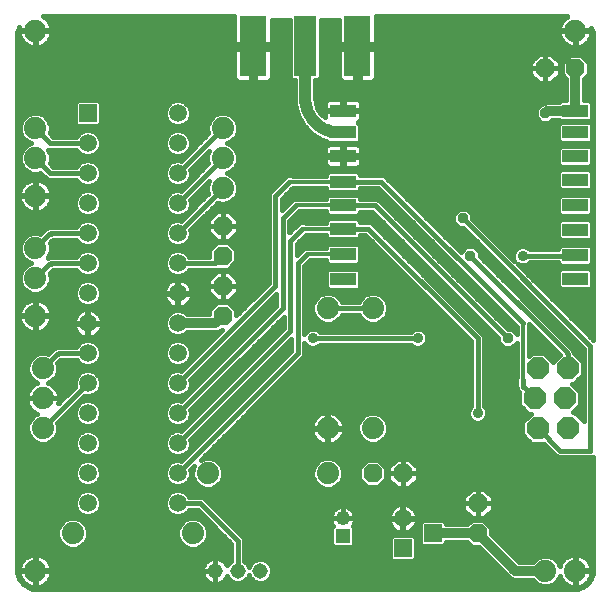
<source format=gtl>
G75*
%MOIN*%
%OFA0B0*%
%FSLAX24Y24*%
%IPPOS*%
%LPD*%
%AMOC8*
5,1,8,0,0,1.08239X$1,22.5*
%
%ADD10R,0.0860X0.0420*%
%ADD11C,0.0515*%
%ADD12OC8,0.0740*%
%ADD13C,0.0740*%
%ADD14R,0.0590X0.0590*%
%ADD15C,0.0590*%
%ADD16R,0.0480X0.0480*%
%ADD17C,0.0480*%
%ADD18OC8,0.0630*%
%ADD19R,0.0750X0.2000*%
%ADD20R,0.0900X0.2000*%
%ADD21C,0.0160*%
%ADD22OC8,0.0356*%
%ADD23C,0.0320*%
%ADD24C,0.0120*%
%ADD25C,0.0356*%
%ADD26C,0.0400*%
%ADD27C,0.0238*%
%ADD28OC8,0.0238*%
D10*
X011693Y011643D03*
X011693Y012481D03*
X011693Y013331D03*
X011693Y014118D03*
X011693Y014905D03*
X011693Y015755D03*
X011693Y016543D03*
X011693Y017268D03*
X019430Y017268D03*
X019430Y016543D03*
X019430Y015755D03*
X019430Y014968D03*
X019430Y014118D03*
X019430Y013293D03*
X019430Y012456D03*
X019430Y011668D03*
D11*
X008930Y001930D03*
X008180Y001930D03*
X007430Y001930D03*
D12*
X018080Y007680D03*
X018180Y006680D03*
X019180Y006680D03*
X019080Y007680D03*
X019180Y008680D03*
X018180Y008680D03*
D13*
X012680Y006680D03*
X011180Y006680D03*
X011180Y005180D03*
X007180Y005180D03*
X006680Y003180D03*
X002680Y003180D03*
X001430Y001930D03*
X001680Y006680D03*
X001680Y007680D03*
X001680Y008680D03*
X001430Y010430D03*
X001430Y011680D03*
X001430Y012680D03*
X001430Y014430D03*
X001430Y015680D03*
X001430Y016680D03*
X001430Y019930D03*
X007680Y016680D03*
X007680Y015680D03*
X007680Y014680D03*
X011180Y010680D03*
X012680Y010680D03*
X018430Y001930D03*
X019430Y001930D03*
X010430Y019430D03*
X019430Y019930D03*
D14*
X014680Y003180D03*
X013680Y002680D03*
X003180Y017180D03*
D15*
X003180Y016180D03*
X003180Y015180D03*
X003180Y014180D03*
X003180Y013180D03*
X003180Y012180D03*
X003180Y011180D03*
X003180Y010180D03*
X003180Y009180D03*
X003180Y008180D03*
X003180Y007180D03*
X003180Y006180D03*
X003180Y005180D03*
X003180Y004180D03*
X006180Y004180D03*
X006180Y005180D03*
X006180Y006180D03*
X006180Y007180D03*
X006180Y008180D03*
X006180Y009180D03*
X006180Y010180D03*
X006180Y011180D03*
X006180Y012180D03*
X006180Y013180D03*
X006180Y014180D03*
X006180Y015180D03*
X006180Y016180D03*
X006180Y017180D03*
X013680Y003680D03*
D16*
X011680Y003090D03*
D17*
X011680Y003680D03*
D18*
X012680Y005180D03*
X013680Y005180D03*
X016180Y004180D03*
X016180Y003180D03*
X007680Y010430D03*
X007680Y011430D03*
X007680Y012430D03*
X007680Y013430D03*
X018430Y018680D03*
X019430Y018680D03*
D19*
X010430Y019420D03*
D20*
X008690Y019420D03*
X012170Y019420D03*
D21*
X001010Y001510D02*
X001173Y001391D01*
X001366Y001328D01*
X001467Y001320D01*
X019385Y001320D01*
X019486Y001328D01*
X019679Y001391D01*
X019843Y001510D01*
X019962Y001673D01*
X020024Y001866D01*
X020032Y001967D01*
X020032Y005721D01*
X020021Y005710D01*
X018839Y005710D01*
X018710Y005839D01*
X018379Y006170D01*
X017969Y006170D01*
X017670Y006469D01*
X017670Y006891D01*
X017949Y007170D01*
X017869Y007170D01*
X017570Y007469D01*
X017570Y007879D01*
X017497Y007952D01*
X017497Y007975D01*
X017476Y008025D01*
X017460Y008041D01*
X017460Y008371D01*
X017480Y008391D01*
X017480Y009530D01*
X017312Y009362D01*
X017048Y009362D01*
X016862Y009548D01*
X016862Y009687D01*
X012651Y013898D01*
X012263Y013898D01*
X012263Y013850D01*
X012181Y013768D01*
X011205Y013768D01*
X011123Y013850D01*
X011123Y013918D01*
X010229Y013918D01*
X009900Y013589D01*
X009900Y013211D01*
X010239Y013551D01*
X010422Y013551D01*
X010442Y013531D01*
X011123Y013531D01*
X011123Y013599D01*
X011205Y013681D01*
X012181Y013681D01*
X012263Y013599D01*
X012263Y013551D01*
X012621Y013551D01*
X012749Y013422D01*
X016400Y009771D01*
X016400Y007410D01*
X016450Y007360D01*
X016498Y007243D01*
X016498Y007117D01*
X016450Y007000D01*
X016360Y006910D01*
X016243Y006862D01*
X016117Y006862D01*
X016000Y006910D01*
X015910Y007000D01*
X015862Y007117D01*
X015862Y007243D01*
X015910Y007360D01*
X015960Y007410D01*
X015960Y009589D01*
X012438Y013111D01*
X012263Y013111D01*
X012263Y013063D01*
X012181Y012981D01*
X011205Y012981D01*
X011123Y013063D01*
X011123Y013131D01*
X010442Y013131D01*
X010150Y012839D01*
X010150Y012461D01*
X010390Y012701D01*
X010572Y012701D01*
X010592Y012681D01*
X011123Y012681D01*
X011123Y012749D01*
X011205Y012831D01*
X012181Y012831D01*
X012263Y012749D01*
X012263Y012213D01*
X012181Y012131D01*
X011205Y012131D01*
X011123Y012213D01*
X011123Y012281D01*
X010592Y012281D01*
X010400Y012089D01*
X010400Y009835D01*
X010410Y009860D01*
X010500Y009950D01*
X010617Y009998D01*
X010743Y009998D01*
X010860Y009950D01*
X010910Y009900D01*
X013950Y009900D01*
X014000Y009950D01*
X014117Y009998D01*
X014243Y009998D01*
X014360Y009950D01*
X014450Y009860D01*
X014498Y009743D01*
X014498Y009617D01*
X014450Y009500D01*
X014360Y009410D01*
X014243Y009362D01*
X014117Y009362D01*
X014000Y009410D01*
X013950Y009460D01*
X010910Y009460D01*
X010860Y009410D01*
X010743Y009362D01*
X010617Y009362D01*
X010500Y009410D01*
X010410Y009500D01*
X010400Y009525D01*
X010400Y009089D01*
X010271Y008960D01*
X006946Y005635D01*
X007079Y005690D01*
X007281Y005690D01*
X007469Y005612D01*
X007612Y005469D01*
X007690Y005281D01*
X007690Y005079D01*
X007612Y004891D01*
X007469Y004748D01*
X007281Y004670D01*
X007079Y004670D01*
X006891Y004748D01*
X006748Y004891D01*
X006670Y005079D01*
X006670Y005281D01*
X006725Y005414D01*
X006604Y005293D01*
X006615Y005267D01*
X006615Y005093D01*
X006549Y004934D01*
X006426Y004811D01*
X006267Y004745D01*
X006093Y004745D01*
X005934Y004811D01*
X005811Y004934D01*
X005745Y005093D01*
X005745Y005267D01*
X005811Y005426D01*
X005934Y005549D01*
X006093Y005615D01*
X006267Y005615D01*
X006293Y005604D01*
X009960Y009271D01*
X009960Y009649D01*
X006604Y006293D01*
X006615Y006267D01*
X006615Y006093D01*
X006549Y005934D01*
X006426Y005811D01*
X006267Y005745D01*
X006093Y005745D01*
X005934Y005811D01*
X005811Y005934D01*
X005745Y006093D01*
X005745Y006267D01*
X005811Y006426D01*
X005934Y006549D01*
X006093Y006615D01*
X006267Y006615D01*
X006293Y006604D01*
X009710Y010021D01*
X009710Y010399D01*
X006604Y007293D01*
X006615Y007267D01*
X006615Y007093D01*
X006549Y006934D01*
X006426Y006811D01*
X006267Y006745D01*
X006093Y006745D01*
X005934Y006811D01*
X005811Y006934D01*
X005745Y007093D01*
X005745Y007267D01*
X005811Y007426D01*
X005934Y007549D01*
X006093Y007615D01*
X006267Y007615D01*
X006293Y007604D01*
X009460Y010771D01*
X009460Y011149D01*
X006604Y008293D01*
X006615Y008267D01*
X006615Y008093D01*
X006549Y007934D01*
X006426Y007811D01*
X006267Y007745D01*
X006093Y007745D01*
X005934Y007811D01*
X005811Y007934D01*
X005745Y008093D01*
X005745Y008267D01*
X005811Y008426D01*
X005934Y008549D01*
X006093Y008615D01*
X006267Y008615D01*
X006293Y008604D01*
X007664Y009975D01*
X007649Y009975D01*
X007600Y009926D01*
X007490Y009880D01*
X006495Y009880D01*
X006426Y009811D01*
X006267Y009745D01*
X006093Y009745D01*
X005934Y009811D01*
X005811Y009934D01*
X005745Y010093D01*
X005745Y010267D01*
X005811Y010426D01*
X005934Y010549D01*
X006093Y010615D01*
X006267Y010615D01*
X006426Y010549D01*
X006495Y010480D01*
X007225Y010480D01*
X007225Y010618D01*
X007492Y010885D01*
X007868Y010885D01*
X008135Y010618D01*
X008135Y010446D01*
X009210Y011521D01*
X009210Y014521D01*
X009814Y015125D01*
X009997Y015125D01*
X010017Y015105D01*
X011123Y015105D01*
X011123Y015173D01*
X011205Y015255D01*
X012181Y015255D01*
X012263Y015173D01*
X012263Y015125D01*
X013046Y015125D01*
X015612Y012559D01*
X015612Y012562D01*
X015798Y012748D01*
X016062Y012748D01*
X016248Y012562D01*
X016248Y012423D01*
X019363Y009308D01*
X019363Y009285D01*
X019384Y009235D01*
X019400Y009219D01*
X019400Y009181D01*
X019690Y008891D01*
X019690Y008469D01*
X019391Y008170D01*
X019311Y008170D01*
X019590Y007891D01*
X019590Y007469D01*
X019351Y007230D01*
X019408Y007230D01*
X019710Y006928D01*
X019710Y009339D01*
X015687Y013362D01*
X015548Y013362D01*
X015362Y013548D01*
X015362Y013812D01*
X015548Y013998D01*
X015812Y013998D01*
X015998Y013812D01*
X015998Y013673D01*
X017403Y012269D01*
X017362Y012367D01*
X017362Y012493D01*
X017410Y012610D01*
X017500Y012700D01*
X017617Y012748D01*
X017743Y012748D01*
X017860Y012700D01*
X017910Y012650D01*
X018651Y012650D01*
X018860Y012657D01*
X018860Y012724D01*
X018942Y012806D01*
X019918Y012806D01*
X020000Y012724D01*
X020000Y012188D01*
X019918Y012106D01*
X018942Y012106D01*
X018860Y012188D01*
X018860Y012217D01*
X018749Y012213D01*
X018746Y012210D01*
X018658Y012210D01*
X018571Y012207D01*
X018568Y012210D01*
X017910Y012210D01*
X017860Y012160D01*
X017743Y012112D01*
X017617Y012112D01*
X017519Y012153D01*
X020021Y009650D01*
X020032Y009639D01*
X020032Y019763D01*
X020024Y019864D01*
X019972Y020025D01*
X019980Y019973D01*
X019980Y019950D01*
X019450Y019950D01*
X019450Y019910D01*
X019980Y019910D01*
X019980Y019887D01*
X019966Y019801D01*
X019940Y019719D01*
X019900Y019642D01*
X019850Y019572D01*
X019788Y019510D01*
X019718Y019460D01*
X019641Y019420D01*
X019559Y019394D01*
X019473Y019380D01*
X019450Y019380D01*
X019450Y019910D01*
X019410Y019910D01*
X019410Y019380D01*
X019387Y019380D01*
X019301Y019394D01*
X019219Y019420D01*
X019142Y019460D01*
X019072Y019510D01*
X019010Y019572D01*
X018960Y019642D01*
X018920Y019719D01*
X018894Y019801D01*
X018880Y019887D01*
X018880Y019910D01*
X019410Y019910D01*
X019410Y019950D01*
X018880Y019950D01*
X018880Y019973D01*
X018894Y020059D01*
X018920Y020141D01*
X018960Y020218D01*
X019010Y020288D01*
X019072Y020350D01*
X019142Y020400D01*
X019161Y020410D01*
X012800Y020410D01*
X012800Y019500D01*
X012250Y019500D01*
X012250Y019340D01*
X012800Y019340D01*
X012800Y018396D01*
X012788Y018351D01*
X012764Y018309D01*
X012731Y018276D01*
X012689Y018252D01*
X012644Y018240D01*
X012250Y018240D01*
X012250Y019340D01*
X012090Y019340D01*
X012090Y018240D01*
X011696Y018240D01*
X011651Y018252D01*
X011609Y018276D01*
X011576Y018309D01*
X011552Y018351D01*
X011540Y018396D01*
X011540Y019340D01*
X012090Y019340D01*
X012090Y019500D01*
X011540Y019500D01*
X011540Y020290D01*
X010945Y020290D01*
X010945Y018362D01*
X010863Y018280D01*
X010770Y018280D01*
X010770Y017680D01*
X010777Y017576D01*
X010831Y017375D01*
X010935Y017195D01*
X011082Y017047D01*
X011083Y017047D01*
X011083Y017243D01*
X011668Y017243D01*
X011668Y017293D01*
X011668Y017658D01*
X011240Y017658D01*
X011194Y017645D01*
X011153Y017622D01*
X011119Y017588D01*
X011096Y017547D01*
X011083Y017501D01*
X011083Y017293D01*
X011668Y017293D01*
X011718Y017293D01*
X011718Y017658D01*
X012147Y017658D01*
X012193Y017645D01*
X012234Y017622D01*
X012267Y017588D01*
X012291Y017547D01*
X012303Y017501D01*
X012303Y017293D01*
X011718Y017293D01*
X011718Y017243D01*
X012303Y017243D01*
X012303Y017034D01*
X012291Y016988D01*
X012267Y016947D01*
X012234Y016914D01*
X012193Y016890D01*
X012186Y016888D01*
X012263Y016811D01*
X012263Y016275D01*
X012181Y016193D01*
X011205Y016193D01*
X011130Y016268D01*
X010997Y016303D01*
X010997Y016303D01*
X010660Y016498D01*
X010660Y016498D01*
X010385Y016773D01*
X010385Y016773D01*
X010191Y017110D01*
X010191Y017110D01*
X010090Y017486D01*
X010090Y018280D01*
X009997Y018280D01*
X009915Y018362D01*
X009915Y020290D01*
X009320Y020290D01*
X009320Y019500D01*
X008770Y019500D01*
X008770Y019340D01*
X009320Y019340D01*
X009320Y018396D01*
X009308Y018351D01*
X009284Y018309D01*
X009251Y018276D01*
X009209Y018252D01*
X009164Y018240D01*
X008770Y018240D01*
X008770Y019340D01*
X008610Y019340D01*
X008610Y018240D01*
X008216Y018240D01*
X008171Y018252D01*
X008129Y018276D01*
X008096Y018309D01*
X008072Y018351D01*
X008060Y018396D01*
X008060Y019340D01*
X008610Y019340D01*
X008610Y019500D01*
X008060Y019500D01*
X008060Y020410D01*
X001699Y020410D01*
X001718Y020400D01*
X001788Y020350D01*
X001850Y020288D01*
X001900Y020218D01*
X001940Y020141D01*
X001966Y020059D01*
X001980Y019973D01*
X001980Y019950D01*
X001450Y019950D01*
X001450Y019910D01*
X001980Y019910D01*
X001980Y019887D01*
X001966Y019801D01*
X001940Y019719D01*
X001900Y019642D01*
X001850Y019572D01*
X001788Y019510D01*
X001718Y019460D01*
X001641Y019420D01*
X001559Y019394D01*
X001473Y019380D01*
X001450Y019380D01*
X001450Y019910D01*
X001410Y019910D01*
X001410Y019380D01*
X001387Y019380D01*
X001301Y019394D01*
X001219Y019420D01*
X001142Y019460D01*
X001072Y019510D01*
X001010Y019572D01*
X000960Y019642D01*
X000920Y019719D01*
X000894Y019801D01*
X000880Y019887D01*
X000880Y019910D01*
X001410Y019910D01*
X001410Y019950D01*
X000880Y019950D01*
X000880Y019973D01*
X000894Y020059D01*
X000895Y020062D01*
X000891Y020057D01*
X000828Y019864D01*
X000820Y019763D01*
X000820Y001967D01*
X000828Y001866D01*
X000891Y001673D01*
X001010Y001510D01*
X001027Y001497D02*
X001090Y001497D01*
X001072Y001510D02*
X001142Y001460D01*
X001219Y001420D01*
X001301Y001394D01*
X001387Y001380D01*
X001410Y001380D01*
X001410Y001910D01*
X000880Y001910D01*
X000880Y001887D01*
X000894Y001801D01*
X000920Y001719D01*
X000960Y001642D01*
X001010Y001572D01*
X001072Y001510D01*
X000953Y001656D02*
X000904Y001656D01*
X000892Y001814D02*
X000845Y001814D01*
X000880Y001950D02*
X001410Y001950D01*
X001410Y002480D01*
X001387Y002480D01*
X001301Y002466D01*
X001219Y002440D01*
X001142Y002400D01*
X001072Y002350D01*
X001010Y002288D01*
X000960Y002218D01*
X000920Y002141D01*
X000894Y002059D01*
X000880Y001973D01*
X000880Y001950D01*
X000880Y001973D02*
X000820Y001973D01*
X000820Y002131D02*
X000917Y002131D01*
X001012Y002290D02*
X000820Y002290D01*
X000820Y002448D02*
X001244Y002448D01*
X001410Y002448D02*
X001450Y002448D01*
X001450Y002480D02*
X001450Y001950D01*
X001410Y001950D01*
X001410Y001910D01*
X001450Y001910D01*
X001450Y001950D01*
X001980Y001950D01*
X001980Y001973D01*
X001966Y002059D01*
X001940Y002141D01*
X001900Y002218D01*
X001850Y002288D01*
X001788Y002350D01*
X001718Y002400D01*
X001641Y002440D01*
X001559Y002466D01*
X001473Y002480D01*
X001450Y002480D01*
X001616Y002448D02*
X007960Y002448D01*
X007960Y002290D02*
X007679Y002290D01*
X007659Y002304D02*
X007598Y002335D01*
X007532Y002357D01*
X007464Y002367D01*
X007430Y002367D01*
X007430Y001930D01*
X007430Y001930D01*
X007430Y002367D01*
X007396Y002367D01*
X007328Y002357D01*
X007262Y002335D01*
X007201Y002304D01*
X007145Y002264D01*
X007096Y002215D01*
X007056Y002159D01*
X007025Y002098D01*
X007003Y002032D01*
X006993Y001964D01*
X006993Y001930D01*
X006993Y001896D01*
X007003Y001828D01*
X007025Y001762D01*
X007056Y001701D01*
X007096Y001645D01*
X007145Y001596D01*
X007201Y001556D01*
X007262Y001525D01*
X007328Y001503D01*
X007396Y001493D01*
X007430Y001493D01*
X007430Y001930D01*
X007430Y001493D01*
X007464Y001493D01*
X007532Y001503D01*
X007598Y001525D01*
X007659Y001556D01*
X007715Y001596D01*
X007764Y001645D01*
X007804Y001701D01*
X007827Y001745D01*
X007843Y001705D01*
X007955Y001593D01*
X008101Y001533D01*
X008259Y001533D01*
X008405Y001593D01*
X008517Y001705D01*
X008555Y001797D01*
X008593Y001705D01*
X008705Y001593D01*
X008851Y001533D01*
X009009Y001533D01*
X009155Y001593D01*
X009267Y001705D01*
X009327Y001851D01*
X009327Y002009D01*
X009267Y002155D01*
X009155Y002267D01*
X009009Y002327D01*
X008851Y002327D01*
X008705Y002267D01*
X008593Y002155D01*
X008555Y002063D01*
X008517Y002155D01*
X008405Y002267D01*
X008400Y002269D01*
X008400Y003021D01*
X008271Y003150D01*
X007150Y004271D01*
X007150Y004271D01*
X007021Y004400D01*
X006560Y004400D01*
X006549Y004426D01*
X006426Y004549D01*
X006267Y004615D01*
X006093Y004615D01*
X005934Y004549D01*
X005811Y004426D01*
X005745Y004267D01*
X005745Y004093D01*
X005811Y003934D01*
X005934Y003811D01*
X006093Y003745D01*
X006267Y003745D01*
X006426Y003811D01*
X006549Y003934D01*
X006560Y003960D01*
X006839Y003960D01*
X007960Y002839D01*
X007960Y002269D01*
X007955Y002267D01*
X007843Y002155D01*
X007827Y002115D01*
X007804Y002159D01*
X007764Y002215D01*
X007715Y002264D01*
X007659Y002304D01*
X007430Y002290D02*
X007430Y002290D01*
X007430Y002131D02*
X007430Y002131D01*
X007430Y001973D02*
X007430Y001973D01*
X007430Y001930D02*
X007430Y001930D01*
X007430Y001930D01*
X006993Y001930D01*
X007430Y001930D01*
X007430Y001814D02*
X007430Y001814D01*
X007430Y001656D02*
X007430Y001656D01*
X007430Y001497D02*
X007430Y001497D01*
X007493Y001497D02*
X018143Y001497D01*
X018141Y001498D02*
X018329Y001420D01*
X018531Y001420D01*
X018719Y001498D01*
X018862Y001641D01*
X018909Y001754D01*
X018920Y001719D01*
X018960Y001642D01*
X019010Y001572D01*
X019072Y001510D01*
X019142Y001460D01*
X019219Y001420D01*
X019301Y001394D01*
X019387Y001380D01*
X019410Y001380D01*
X019410Y001910D01*
X019450Y001910D01*
X019450Y001950D01*
X019410Y001950D01*
X019410Y002480D01*
X019387Y002480D01*
X019301Y002466D01*
X019219Y002440D01*
X019142Y002400D01*
X019072Y002350D01*
X019010Y002288D01*
X018960Y002218D01*
X018920Y002141D01*
X018909Y002106D01*
X018862Y002219D01*
X018719Y002362D01*
X018531Y002440D01*
X018329Y002440D01*
X018141Y002362D01*
X018009Y002230D01*
X017554Y002230D01*
X016635Y003149D01*
X016635Y003368D01*
X016368Y003635D01*
X015992Y003635D01*
X015837Y003480D01*
X015115Y003480D01*
X015115Y003533D01*
X015033Y003615D01*
X014327Y003615D01*
X014245Y003533D01*
X014245Y002827D01*
X014327Y002745D01*
X015033Y002745D01*
X015115Y002827D01*
X015115Y002880D01*
X015837Y002880D01*
X015992Y002725D01*
X016211Y002725D01*
X017260Y001676D01*
X017370Y001630D01*
X018009Y001630D01*
X018141Y001498D01*
X018717Y001497D02*
X019090Y001497D01*
X018953Y001656D02*
X018868Y001656D01*
X018899Y002131D02*
X018917Y002131D01*
X019012Y002290D02*
X018792Y002290D01*
X019244Y002448D02*
X017336Y002448D01*
X017178Y002607D02*
X020032Y002607D01*
X020032Y002765D02*
X017019Y002765D01*
X016861Y002924D02*
X020032Y002924D01*
X020032Y003082D02*
X016702Y003082D01*
X016635Y003241D02*
X020032Y003241D01*
X020032Y003399D02*
X016604Y003399D01*
X016446Y003558D02*
X020032Y003558D01*
X020032Y003716D02*
X016416Y003716D01*
X016385Y003685D02*
X016675Y003975D01*
X016675Y004180D01*
X016675Y004385D01*
X016385Y004675D01*
X016180Y004675D01*
X016180Y004180D01*
X016180Y004180D01*
X016675Y004180D01*
X016180Y004180D01*
X016180Y004180D01*
X016180Y004180D01*
X015685Y004180D01*
X015685Y004385D01*
X015975Y004675D01*
X016180Y004675D01*
X016180Y004180D01*
X016180Y003685D01*
X016385Y003685D01*
X016180Y003685D02*
X016180Y004180D01*
X016180Y004180D01*
X015685Y004180D01*
X015685Y003975D01*
X015975Y003685D01*
X016180Y003685D01*
X016180Y003716D02*
X016180Y003716D01*
X016180Y003875D02*
X016180Y003875D01*
X016180Y004033D02*
X016180Y004033D01*
X016180Y004192D02*
X016180Y004192D01*
X016180Y004350D02*
X016180Y004350D01*
X016180Y004509D02*
X016180Y004509D01*
X016180Y004667D02*
X016180Y004667D01*
X016393Y004667D02*
X020032Y004667D01*
X020032Y004509D02*
X016552Y004509D01*
X016675Y004350D02*
X020032Y004350D01*
X020032Y004192D02*
X016675Y004192D01*
X016675Y004033D02*
X020032Y004033D01*
X020032Y003875D02*
X016575Y003875D01*
X015944Y003716D02*
X014155Y003716D01*
X014155Y003717D02*
X014143Y003791D01*
X014120Y003862D01*
X014086Y003929D01*
X014042Y003989D01*
X013989Y004042D01*
X013929Y004086D01*
X013862Y004120D01*
X013791Y004143D01*
X013717Y004155D01*
X013698Y004155D01*
X013698Y003698D01*
X013662Y003698D01*
X013662Y004155D01*
X013643Y004155D01*
X013569Y004143D01*
X013498Y004120D01*
X013431Y004086D01*
X013371Y004042D01*
X013318Y003989D01*
X013274Y003929D01*
X013240Y003862D01*
X013217Y003791D01*
X013205Y003717D01*
X013205Y003698D01*
X013662Y003698D01*
X013662Y003662D01*
X013205Y003662D01*
X013205Y003643D01*
X013217Y003569D01*
X013240Y003498D01*
X013274Y003431D01*
X013318Y003371D01*
X013371Y003318D01*
X013431Y003274D01*
X013498Y003240D01*
X013569Y003217D01*
X013643Y003205D01*
X013662Y003205D01*
X013662Y003662D01*
X013698Y003662D01*
X013698Y003698D01*
X014155Y003698D01*
X014155Y003717D01*
X014155Y003662D02*
X013698Y003662D01*
X013698Y003205D01*
X013717Y003205D01*
X013791Y003217D01*
X013862Y003240D01*
X013929Y003274D01*
X013989Y003318D01*
X014042Y003371D01*
X014086Y003431D01*
X014120Y003498D01*
X014143Y003569D01*
X014155Y003643D01*
X014155Y003662D01*
X014140Y003558D02*
X014270Y003558D01*
X014245Y003399D02*
X014063Y003399D01*
X014245Y003241D02*
X013864Y003241D01*
X013698Y003241D02*
X013662Y003241D01*
X013662Y003399D02*
X013698Y003399D01*
X013698Y003558D02*
X013662Y003558D01*
X013662Y003716D02*
X013698Y003716D01*
X013698Y003875D02*
X013662Y003875D01*
X013662Y004033D02*
X013698Y004033D01*
X013999Y004033D02*
X015685Y004033D01*
X015685Y004192D02*
X007230Y004192D01*
X007071Y004350D02*
X015685Y004350D01*
X015808Y004509D02*
X006467Y004509D01*
X006441Y004826D02*
X006813Y004826D01*
X006709Y004984D02*
X006570Y004984D01*
X006615Y005143D02*
X006670Y005143D01*
X006678Y005301D02*
X006612Y005301D01*
X006307Y005618D02*
X000820Y005618D01*
X000820Y005460D02*
X002844Y005460D01*
X002811Y005426D02*
X002745Y005267D01*
X002745Y005093D01*
X002811Y004934D01*
X002934Y004811D01*
X003093Y004745D01*
X003267Y004745D01*
X003426Y004811D01*
X003549Y004934D01*
X003615Y005093D01*
X003615Y005267D01*
X003549Y005426D01*
X003426Y005549D01*
X003267Y005615D01*
X003093Y005615D01*
X002934Y005549D01*
X002811Y005426D01*
X002759Y005301D02*
X000820Y005301D01*
X000820Y005143D02*
X002745Y005143D01*
X002790Y004984D02*
X000820Y004984D01*
X000820Y004826D02*
X002919Y004826D01*
X003093Y004615D02*
X002934Y004549D01*
X002811Y004426D01*
X002745Y004267D01*
X002745Y004093D01*
X002811Y003934D01*
X002934Y003811D01*
X003093Y003745D01*
X003267Y003745D01*
X003426Y003811D01*
X003549Y003934D01*
X003615Y004093D01*
X003615Y004267D01*
X003549Y004426D01*
X003426Y004549D01*
X003267Y004615D01*
X003093Y004615D01*
X002893Y004509D02*
X000820Y004509D01*
X000820Y004667D02*
X015967Y004667D01*
X015785Y003875D02*
X014114Y003875D01*
X014033Y003115D02*
X013327Y003115D01*
X013245Y003033D01*
X013245Y002327D01*
X013327Y002245D01*
X014033Y002245D01*
X014115Y002327D01*
X014115Y003033D01*
X014033Y003115D01*
X014066Y003082D02*
X014245Y003082D01*
X014245Y002924D02*
X014115Y002924D01*
X014115Y002765D02*
X014307Y002765D01*
X014115Y002607D02*
X016329Y002607D01*
X016488Y002448D02*
X014115Y002448D01*
X014077Y002290D02*
X016646Y002290D01*
X016805Y002131D02*
X009277Y002131D01*
X009327Y001973D02*
X016963Y001973D01*
X017122Y001814D02*
X009312Y001814D01*
X009218Y001656D02*
X017309Y001656D01*
X017495Y002290D02*
X018068Y002290D01*
X019410Y002290D02*
X019450Y002290D01*
X019450Y002448D02*
X019410Y002448D01*
X019450Y002480D02*
X019450Y001950D01*
X019980Y001950D01*
X019980Y001973D01*
X019966Y002059D01*
X019940Y002141D01*
X019900Y002218D01*
X019850Y002288D01*
X019788Y002350D01*
X019718Y002400D01*
X019641Y002440D01*
X019559Y002466D01*
X019473Y002480D01*
X019450Y002480D01*
X019616Y002448D02*
X020032Y002448D01*
X020032Y002290D02*
X019848Y002290D01*
X019943Y002131D02*
X020032Y002131D01*
X020032Y001973D02*
X019980Y001973D01*
X019980Y001910D02*
X019450Y001910D01*
X019450Y001380D01*
X019473Y001380D01*
X019559Y001394D01*
X019641Y001420D01*
X019718Y001460D01*
X019788Y001510D01*
X019850Y001572D01*
X019900Y001642D01*
X019940Y001719D01*
X019966Y001801D01*
X019980Y001887D01*
X019980Y001910D01*
X019968Y001814D02*
X020007Y001814D01*
X019948Y001656D02*
X019907Y001656D01*
X019825Y001497D02*
X019770Y001497D01*
X019518Y001339D02*
X001334Y001339D01*
X001450Y001380D02*
X001473Y001380D01*
X001559Y001394D01*
X001641Y001420D01*
X001718Y001460D01*
X001788Y001510D01*
X001850Y001572D01*
X001900Y001642D01*
X001940Y001719D01*
X001966Y001801D01*
X001980Y001887D01*
X001980Y001910D01*
X001450Y001910D01*
X001450Y001380D01*
X001450Y001497D02*
X001410Y001497D01*
X001410Y001656D02*
X001450Y001656D01*
X001450Y001814D02*
X001410Y001814D01*
X001410Y001973D02*
X001450Y001973D01*
X001450Y002131D02*
X001410Y002131D01*
X001410Y002290D02*
X001450Y002290D01*
X001848Y002290D02*
X007181Y002290D01*
X007041Y002131D02*
X001943Y002131D01*
X001980Y001973D02*
X006994Y001973D01*
X007008Y001814D02*
X001968Y001814D01*
X001907Y001656D02*
X007089Y001656D01*
X007367Y001497D02*
X001770Y001497D01*
X002391Y002748D02*
X002579Y002670D01*
X002781Y002670D01*
X002969Y002748D01*
X003112Y002891D01*
X003190Y003079D01*
X003190Y003281D01*
X003112Y003469D01*
X002969Y003612D01*
X002781Y003690D01*
X002579Y003690D01*
X002391Y003612D01*
X002248Y003469D01*
X002170Y003281D01*
X002170Y003079D01*
X002248Y002891D01*
X002391Y002748D01*
X002374Y002765D02*
X000820Y002765D01*
X000820Y002607D02*
X007960Y002607D01*
X007960Y002765D02*
X006986Y002765D01*
X006969Y002748D02*
X007112Y002891D01*
X007190Y003079D01*
X007190Y003281D01*
X007112Y003469D01*
X006969Y003612D01*
X006781Y003690D01*
X006579Y003690D01*
X006391Y003612D01*
X006248Y003469D01*
X006170Y003281D01*
X006170Y003079D01*
X006248Y002891D01*
X006391Y002748D01*
X006579Y002670D01*
X006781Y002670D01*
X006969Y002748D01*
X007126Y002924D02*
X007875Y002924D01*
X007717Y003082D02*
X007190Y003082D01*
X007190Y003241D02*
X007558Y003241D01*
X007400Y003399D02*
X007141Y003399D01*
X007241Y003558D02*
X007024Y003558D01*
X007083Y003716D02*
X000820Y003716D01*
X000820Y003558D02*
X002336Y003558D01*
X002219Y003399D02*
X000820Y003399D01*
X000820Y003241D02*
X002170Y003241D01*
X002170Y003082D02*
X000820Y003082D01*
X000820Y002924D02*
X002234Y002924D01*
X002986Y002765D02*
X006374Y002765D01*
X006234Y002924D02*
X003126Y002924D01*
X003190Y003082D02*
X006170Y003082D01*
X006170Y003241D02*
X003190Y003241D01*
X003141Y003399D02*
X006219Y003399D01*
X006336Y003558D02*
X003024Y003558D01*
X002870Y003875D02*
X000820Y003875D01*
X000820Y004033D02*
X002770Y004033D01*
X002745Y004192D02*
X000820Y004192D01*
X000820Y004350D02*
X002780Y004350D01*
X003467Y004509D02*
X005893Y004509D01*
X005780Y004350D02*
X003580Y004350D01*
X003615Y004192D02*
X005745Y004192D01*
X005770Y004033D02*
X003590Y004033D01*
X003490Y003875D02*
X005870Y003875D01*
X006180Y004180D02*
X006930Y004180D01*
X008180Y002930D01*
X008180Y001930D01*
X008468Y001656D02*
X008642Y001656D01*
X008583Y002131D02*
X008527Y002131D01*
X008400Y002290D02*
X008759Y002290D01*
X009101Y002290D02*
X013283Y002290D01*
X013245Y002448D02*
X008400Y002448D01*
X008400Y002607D02*
X013245Y002607D01*
X013245Y002765D02*
X012033Y002765D01*
X012060Y002792D02*
X012060Y003388D01*
X012018Y003430D01*
X012039Y003460D01*
X012069Y003519D01*
X012090Y003582D01*
X012100Y003647D01*
X012100Y003680D01*
X012100Y003713D01*
X012090Y003778D01*
X012069Y003841D01*
X012039Y003900D01*
X012000Y003954D01*
X011954Y004000D01*
X011900Y004039D01*
X011841Y004069D01*
X011778Y004090D01*
X011713Y004100D01*
X011680Y004100D01*
X011680Y003680D01*
X012100Y003680D01*
X011680Y003680D01*
X011680Y003680D01*
X011680Y003680D01*
X011680Y003680D01*
X011260Y003680D01*
X011260Y003713D01*
X011270Y003778D01*
X011291Y003841D01*
X011321Y003900D01*
X011360Y003954D01*
X011406Y004000D01*
X011460Y004039D01*
X011519Y004069D01*
X011582Y004090D01*
X011647Y004100D01*
X011680Y004100D01*
X011680Y003680D01*
X011260Y003680D01*
X011260Y003647D01*
X011270Y003582D01*
X011291Y003519D01*
X011321Y003460D01*
X011342Y003430D01*
X011300Y003388D01*
X011300Y002792D01*
X011382Y002710D01*
X011978Y002710D01*
X012060Y002792D01*
X012060Y002924D02*
X013245Y002924D01*
X013294Y003082D02*
X012060Y003082D01*
X012060Y003241D02*
X013496Y003241D01*
X013297Y003399D02*
X012049Y003399D01*
X012082Y003558D02*
X013220Y003558D01*
X013205Y003716D02*
X012100Y003716D01*
X012052Y003875D02*
X013246Y003875D01*
X013361Y004033D02*
X011909Y004033D01*
X011680Y004033D02*
X011680Y004033D01*
X011680Y003875D02*
X011680Y003875D01*
X011680Y003716D02*
X011680Y003716D01*
X011451Y004033D02*
X007388Y004033D01*
X007547Y003875D02*
X011308Y003875D01*
X011260Y003716D02*
X007705Y003716D01*
X007864Y003558D02*
X011278Y003558D01*
X011311Y003399D02*
X008022Y003399D01*
X008181Y003241D02*
X011300Y003241D01*
X011300Y003082D02*
X008339Y003082D01*
X008271Y003150D02*
X008271Y003150D01*
X008400Y002924D02*
X011300Y002924D01*
X011327Y002765D02*
X008400Y002765D01*
X007833Y002131D02*
X007819Y002131D01*
X007771Y001656D02*
X007892Y001656D01*
X006924Y003875D02*
X006490Y003875D01*
X005919Y004826D02*
X003441Y004826D01*
X003570Y004984D02*
X005790Y004984D01*
X005745Y005143D02*
X003615Y005143D01*
X003601Y005301D02*
X005759Y005301D01*
X005844Y005460D02*
X003516Y005460D01*
X003343Y005777D02*
X006017Y005777D01*
X005811Y005935D02*
X003549Y005935D01*
X003549Y005934D02*
X003615Y006093D01*
X003615Y006267D01*
X003549Y006426D01*
X003426Y006549D01*
X003267Y006615D01*
X003093Y006615D01*
X002934Y006549D01*
X002811Y006426D01*
X002745Y006267D01*
X002745Y006093D01*
X002811Y005934D01*
X002934Y005811D01*
X003093Y005745D01*
X003267Y005745D01*
X003426Y005811D01*
X003549Y005934D01*
X003615Y006094D02*
X005745Y006094D01*
X005745Y006252D02*
X003615Y006252D01*
X003555Y006411D02*
X005805Y006411D01*
X005982Y006569D02*
X003378Y006569D01*
X003267Y006745D02*
X003426Y006811D01*
X003549Y006934D01*
X003615Y007093D01*
X003615Y007267D01*
X003549Y007426D01*
X003426Y007549D01*
X003267Y007615D01*
X003093Y007615D01*
X002934Y007549D01*
X002811Y007426D01*
X002745Y007267D01*
X002745Y007093D01*
X002811Y006934D01*
X002934Y006811D01*
X003093Y006745D01*
X003267Y006745D01*
X003501Y006886D02*
X005859Y006886D01*
X005765Y007045D02*
X003595Y007045D01*
X003615Y007203D02*
X005745Y007203D01*
X005784Y007362D02*
X003576Y007362D01*
X003455Y007520D02*
X005905Y007520D01*
X006180Y007180D02*
X009680Y010680D01*
X009680Y013680D01*
X010118Y014118D01*
X010229Y014318D02*
X010209Y014338D01*
X010027Y014338D01*
X009650Y013961D01*
X009650Y014339D01*
X010017Y014705D01*
X011123Y014705D01*
X011123Y014637D01*
X011205Y014555D01*
X012181Y014555D01*
X012263Y014637D01*
X012263Y014685D01*
X012863Y014685D01*
X017480Y010069D01*
X017480Y009830D01*
X017312Y009998D01*
X017173Y009998D01*
X012962Y014209D01*
X012833Y014338D01*
X012263Y014338D01*
X012263Y014386D01*
X012181Y014468D01*
X011205Y014468D01*
X011123Y014386D01*
X011123Y014318D01*
X010229Y014318D01*
X010212Y014336D02*
X011123Y014336D01*
X011123Y014653D02*
X009964Y014653D01*
X009805Y014494D02*
X013055Y014494D01*
X013213Y014336D02*
X012836Y014336D01*
X012994Y014177D02*
X013372Y014177D01*
X013530Y014019D02*
X013153Y014019D01*
X013311Y013860D02*
X013689Y013860D01*
X013847Y013702D02*
X013470Y013702D01*
X013628Y013543D02*
X014006Y013543D01*
X014164Y013385D02*
X013787Y013385D01*
X013945Y013226D02*
X014323Y013226D01*
X014481Y013068D02*
X014104Y013068D01*
X014262Y012909D02*
X014640Y012909D01*
X014798Y012751D02*
X014421Y012751D01*
X014579Y012592D02*
X014957Y012592D01*
X015115Y012434D02*
X014738Y012434D01*
X014896Y012275D02*
X015274Y012275D01*
X015432Y012117D02*
X015055Y012117D01*
X015213Y011958D02*
X015591Y011958D01*
X015749Y011800D02*
X015372Y011800D01*
X015530Y011641D02*
X015908Y011641D01*
X016066Y011483D02*
X015689Y011483D01*
X015847Y011324D02*
X016225Y011324D01*
X016383Y011166D02*
X016006Y011166D01*
X016164Y011007D02*
X016542Y011007D01*
X016700Y010849D02*
X016323Y010849D01*
X016481Y010690D02*
X016859Y010690D01*
X017017Y010532D02*
X016640Y010532D01*
X016798Y010373D02*
X017176Y010373D01*
X017334Y010215D02*
X016957Y010215D01*
X017115Y010056D02*
X017480Y010056D01*
X017480Y009898D02*
X017412Y009898D01*
X017180Y009680D02*
X012742Y014118D01*
X011693Y014118D01*
X011123Y013860D02*
X010171Y013860D01*
X010013Y013702D02*
X012847Y013702D01*
X012689Y013860D02*
X012263Y013860D01*
X012628Y013543D02*
X013006Y013543D01*
X013164Y013385D02*
X012787Y013385D01*
X012945Y013226D02*
X013323Y013226D01*
X013481Y013068D02*
X013104Y013068D01*
X013262Y012909D02*
X013640Y012909D01*
X013798Y012751D02*
X013421Y012751D01*
X013579Y012592D02*
X013957Y012592D01*
X014115Y012434D02*
X013738Y012434D01*
X013896Y012275D02*
X014274Y012275D01*
X014432Y012117D02*
X014055Y012117D01*
X014213Y011958D02*
X014591Y011958D01*
X014749Y011800D02*
X014372Y011800D01*
X014530Y011641D02*
X014908Y011641D01*
X015066Y011483D02*
X014689Y011483D01*
X014847Y011324D02*
X015225Y011324D01*
X015383Y011166D02*
X015006Y011166D01*
X015164Y011007D02*
X015542Y011007D01*
X015700Y010849D02*
X015323Y010849D01*
X015481Y010690D02*
X015859Y010690D01*
X016017Y010532D02*
X015640Y010532D01*
X015798Y010373D02*
X016176Y010373D01*
X016334Y010215D02*
X015957Y010215D01*
X016115Y010056D02*
X016493Y010056D01*
X016651Y009898D02*
X016274Y009898D01*
X016400Y009739D02*
X016810Y009739D01*
X016862Y009581D02*
X016400Y009581D01*
X016400Y009422D02*
X016988Y009422D01*
X017372Y009422D02*
X017480Y009422D01*
X017480Y009264D02*
X016400Y009264D01*
X016400Y009105D02*
X017480Y009105D01*
X017480Y008947D02*
X016400Y008947D01*
X016400Y008788D02*
X017480Y008788D01*
X017480Y008630D02*
X016400Y008630D01*
X016400Y008471D02*
X017480Y008471D01*
X017460Y008313D02*
X016400Y008313D01*
X016400Y008154D02*
X017460Y008154D01*
X017488Y007996D02*
X016400Y007996D01*
X016400Y007837D02*
X017570Y007837D01*
X017570Y007679D02*
X016400Y007679D01*
X016400Y007520D02*
X017570Y007520D01*
X017677Y007362D02*
X016448Y007362D01*
X016498Y007203D02*
X017836Y007203D01*
X017823Y007045D02*
X016468Y007045D01*
X016302Y006886D02*
X017670Y006886D01*
X017670Y006728D02*
X013190Y006728D01*
X013190Y006781D02*
X013112Y006969D01*
X012969Y007112D01*
X012781Y007190D01*
X012579Y007190D01*
X012391Y007112D01*
X012248Y006969D01*
X012170Y006781D01*
X012170Y006579D01*
X012248Y006391D01*
X012391Y006248D01*
X012579Y006170D01*
X012781Y006170D01*
X012969Y006248D01*
X013112Y006391D01*
X013190Y006579D01*
X013190Y006781D01*
X013147Y006886D02*
X016058Y006886D01*
X015892Y007045D02*
X013037Y007045D01*
X013186Y006569D02*
X017670Y006569D01*
X017728Y006411D02*
X013120Y006411D01*
X012973Y006252D02*
X017887Y006252D01*
X018180Y006680D02*
X018930Y005930D01*
X019930Y005930D01*
X019930Y009430D01*
X015680Y013680D01*
X015998Y013702D02*
X020032Y013702D01*
X019918Y013643D02*
X018942Y013643D01*
X018860Y013561D01*
X018860Y013025D01*
X018942Y012943D01*
X019918Y012943D01*
X020000Y013025D01*
X020000Y013561D01*
X019918Y013643D01*
X019918Y013768D02*
X020000Y013850D01*
X020000Y014386D01*
X019918Y014468D01*
X018942Y014468D01*
X018860Y014386D01*
X018860Y013850D01*
X018942Y013768D01*
X019918Y013768D01*
X020000Y013860D02*
X020032Y013860D01*
X020032Y014019D02*
X020000Y014019D01*
X020000Y014177D02*
X020032Y014177D01*
X020032Y014336D02*
X020000Y014336D01*
X020032Y014494D02*
X013677Y014494D01*
X013519Y014653D02*
X018907Y014653D01*
X018942Y014618D02*
X019918Y014618D01*
X020000Y014700D01*
X020000Y015236D01*
X019918Y015318D01*
X018942Y015318D01*
X018860Y015236D01*
X018860Y014700D01*
X018942Y014618D01*
X018860Y014811D02*
X013360Y014811D01*
X013202Y014970D02*
X018860Y014970D01*
X018860Y015128D02*
X012263Y015128D01*
X012193Y015378D02*
X012147Y015365D01*
X011718Y015365D01*
X011718Y015730D01*
X011668Y015730D01*
X011083Y015730D01*
X011083Y015522D01*
X011096Y015476D01*
X011119Y015435D01*
X011153Y015401D01*
X011194Y015378D01*
X011240Y015365D01*
X011668Y015365D01*
X011668Y015730D01*
X011668Y015780D01*
X011083Y015780D01*
X011083Y015989D01*
X011096Y016035D01*
X011119Y016076D01*
X011153Y016109D01*
X011194Y016133D01*
X011240Y016145D01*
X011668Y016145D01*
X011668Y015780D01*
X011718Y015780D01*
X011718Y016145D01*
X012147Y016145D01*
X012193Y016133D01*
X012234Y016109D01*
X012267Y016076D01*
X012291Y016035D01*
X012303Y015989D01*
X012303Y015780D01*
X011718Y015780D01*
X011718Y015730D01*
X012303Y015730D01*
X012303Y015522D01*
X012291Y015476D01*
X012267Y015435D01*
X012234Y015401D01*
X012193Y015378D01*
X012273Y015445D02*
X018902Y015445D01*
X018942Y015405D02*
X019918Y015405D01*
X020000Y015487D01*
X020000Y016023D01*
X019918Y016105D01*
X018942Y016105D01*
X018860Y016023D01*
X018860Y015487D01*
X018942Y015405D01*
X018911Y015287D02*
X008008Y015287D01*
X007969Y015248D02*
X008112Y015391D01*
X008190Y015579D01*
X008190Y015781D01*
X008112Y015969D01*
X007969Y016112D01*
X007806Y016180D01*
X007969Y016248D01*
X008112Y016391D01*
X008190Y016579D01*
X008190Y016781D01*
X008112Y016969D01*
X007969Y017112D01*
X007781Y017190D01*
X007579Y017190D01*
X007391Y017112D01*
X007248Y016969D01*
X007170Y016781D01*
X007170Y016579D01*
X007199Y016510D01*
X006293Y015604D01*
X006267Y015615D01*
X006093Y015615D01*
X005934Y015549D01*
X005811Y015426D01*
X005745Y015267D01*
X005745Y015093D01*
X005811Y014934D01*
X005934Y014811D01*
X003426Y014811D01*
X003549Y014934D01*
X003615Y015093D01*
X003615Y015267D01*
X003549Y015426D01*
X003426Y015549D01*
X003267Y015615D01*
X003093Y015615D01*
X002934Y015549D01*
X002811Y015426D01*
X002800Y015400D01*
X002021Y015400D01*
X001911Y015510D01*
X001940Y015579D01*
X001940Y015781D01*
X001866Y015960D01*
X002800Y015960D01*
X002811Y015934D01*
X002934Y015811D01*
X003093Y015745D01*
X003267Y015745D01*
X003426Y015811D01*
X003549Y015934D01*
X003615Y016093D01*
X003615Y016267D01*
X003549Y016426D01*
X003426Y016549D01*
X003267Y016615D01*
X003093Y016615D01*
X002934Y016549D01*
X002811Y016426D01*
X002800Y016400D01*
X002021Y016400D01*
X001911Y016510D01*
X001940Y016579D01*
X001940Y016781D01*
X001862Y016969D01*
X001719Y017112D01*
X001531Y017190D01*
X001329Y017190D01*
X001141Y017112D01*
X000998Y016969D01*
X000920Y016781D01*
X000920Y016579D01*
X000998Y016391D01*
X001141Y016248D01*
X001304Y016180D01*
X001141Y016112D01*
X000998Y015969D01*
X000920Y015781D01*
X000920Y015579D01*
X000998Y015391D01*
X001141Y015248D01*
X001329Y015170D01*
X001531Y015170D01*
X001600Y015199D01*
X001839Y014960D01*
X002800Y014960D01*
X002811Y014934D01*
X002934Y014811D01*
X001827Y014811D01*
X001850Y014788D02*
X001788Y014850D01*
X001718Y014900D01*
X001641Y014940D01*
X001559Y014966D01*
X001473Y014980D01*
X001450Y014980D01*
X001450Y014450D01*
X001410Y014450D01*
X001410Y014980D01*
X001387Y014980D01*
X001301Y014966D01*
X001219Y014940D01*
X001142Y014900D01*
X001072Y014850D01*
X001010Y014788D01*
X000960Y014718D01*
X000920Y014641D01*
X000894Y014559D01*
X000880Y014473D01*
X000880Y014450D01*
X001410Y014450D01*
X001410Y014410D01*
X000880Y014410D01*
X000880Y014387D01*
X000894Y014301D01*
X000920Y014219D01*
X000960Y014142D01*
X001010Y014072D01*
X001072Y014010D01*
X001142Y013960D01*
X001219Y013920D01*
X001301Y013894D01*
X001387Y013880D01*
X001410Y013880D01*
X001410Y014410D01*
X001450Y014410D01*
X001450Y014450D01*
X001980Y014450D01*
X001980Y014473D01*
X001966Y014559D01*
X001940Y014641D01*
X001900Y014718D01*
X001850Y014788D01*
X001934Y014653D02*
X006341Y014653D01*
X006293Y014604D02*
X006267Y014615D01*
X006093Y014615D01*
X005934Y014549D01*
X005811Y014426D01*
X005745Y014267D01*
X005745Y014093D01*
X005811Y013934D01*
X005934Y013811D01*
X006093Y013745D01*
X006267Y013745D01*
X006426Y013811D01*
X006549Y013934D01*
X006615Y014093D01*
X006615Y014267D01*
X006604Y014293D01*
X007225Y014914D01*
X007170Y014781D01*
X007170Y014579D01*
X007199Y014510D01*
X006293Y013604D01*
X006267Y013615D01*
X006093Y013615D01*
X005934Y013549D01*
X005811Y013426D01*
X005745Y013267D01*
X005745Y013093D01*
X005811Y012934D01*
X005934Y012811D01*
X006093Y012745D01*
X006267Y012745D01*
X006426Y012811D01*
X006549Y012934D01*
X006615Y013093D01*
X006615Y013267D01*
X006604Y013293D01*
X007510Y014199D01*
X007579Y014170D01*
X007781Y014170D01*
X007969Y014248D01*
X008112Y014391D01*
X008190Y014579D01*
X008190Y014781D01*
X008112Y014969D01*
X007969Y015112D01*
X007806Y015180D01*
X007969Y015248D01*
X007931Y015128D02*
X011123Y015128D01*
X011113Y015445D02*
X008135Y015445D01*
X008190Y015604D02*
X011083Y015604D01*
X011083Y015921D02*
X008132Y015921D01*
X008190Y015762D02*
X011668Y015762D01*
X011718Y015762D02*
X018860Y015762D01*
X018860Y015604D02*
X012303Y015604D01*
X012303Y015921D02*
X018860Y015921D01*
X018916Y016079D02*
X012264Y016079D01*
X012226Y016238D02*
X018897Y016238D01*
X018860Y016275D02*
X018942Y016193D01*
X019918Y016193D01*
X020000Y016275D01*
X020000Y016811D01*
X019918Y016893D01*
X018942Y016893D01*
X018860Y016811D01*
X018860Y016275D01*
X018860Y016396D02*
X012263Y016396D01*
X012263Y016555D02*
X018860Y016555D01*
X018860Y016713D02*
X012263Y016713D01*
X012202Y016872D02*
X018289Y016872D01*
X018298Y016862D02*
X018562Y016862D01*
X018667Y016968D01*
X018892Y016968D01*
X018942Y016918D01*
X019918Y016918D01*
X020000Y017000D01*
X020000Y017536D01*
X019918Y017618D01*
X019730Y017618D01*
X019730Y018337D01*
X019885Y018492D01*
X019885Y018868D01*
X019618Y019135D01*
X019242Y019135D01*
X018975Y018868D01*
X018975Y018492D01*
X019130Y018337D01*
X019130Y017618D01*
X018942Y017618D01*
X018892Y017568D01*
X018485Y017568D01*
X018329Y017503D01*
X018329Y017503D01*
X018324Y017498D01*
X018298Y017498D01*
X018112Y017312D01*
X018112Y017048D01*
X018298Y016862D01*
X018130Y017030D02*
X012302Y017030D01*
X012303Y017189D02*
X018112Y017189D01*
X018147Y017347D02*
X012303Y017347D01*
X012302Y017506D02*
X018335Y017506D01*
X018430Y018185D02*
X018225Y018185D01*
X017935Y018475D01*
X017935Y018680D01*
X018430Y018680D01*
X018925Y018680D01*
X018925Y018885D01*
X018635Y019175D01*
X018430Y019175D01*
X018430Y018680D01*
X018430Y018680D01*
X018430Y018680D01*
X018925Y018680D01*
X018925Y018475D01*
X018635Y018185D01*
X018430Y018185D01*
X018430Y018680D01*
X018430Y018680D01*
X018430Y018680D01*
X018430Y019175D01*
X018225Y019175D01*
X017935Y018885D01*
X017935Y018680D01*
X018430Y018680D01*
X018430Y018185D01*
X018430Y018298D02*
X018430Y018298D01*
X018430Y018457D02*
X018430Y018457D01*
X018430Y018615D02*
X018430Y018615D01*
X018430Y018774D02*
X018430Y018774D01*
X018430Y018932D02*
X018430Y018932D01*
X018430Y019091D02*
X018430Y019091D01*
X018720Y019091D02*
X019197Y019091D01*
X019039Y018932D02*
X018878Y018932D01*
X018925Y018774D02*
X018975Y018774D01*
X018975Y018615D02*
X018925Y018615D01*
X018907Y018457D02*
X019010Y018457D01*
X019130Y018298D02*
X018748Y018298D01*
X019130Y018140D02*
X010770Y018140D01*
X010770Y017981D02*
X019130Y017981D01*
X019130Y017823D02*
X010770Y017823D01*
X010771Y017664D02*
X019130Y017664D01*
X019730Y017664D02*
X020032Y017664D01*
X020032Y017506D02*
X020000Y017506D01*
X020000Y017347D02*
X020032Y017347D01*
X020032Y017189D02*
X020000Y017189D01*
X020000Y017030D02*
X020032Y017030D01*
X020032Y016872D02*
X019939Y016872D01*
X020000Y016713D02*
X020032Y016713D01*
X020032Y016555D02*
X020000Y016555D01*
X020000Y016396D02*
X020032Y016396D01*
X020032Y016238D02*
X019963Y016238D01*
X019944Y016079D02*
X020032Y016079D01*
X020032Y015921D02*
X020000Y015921D01*
X020000Y015762D02*
X020032Y015762D01*
X020032Y015604D02*
X020000Y015604D01*
X020032Y015445D02*
X019958Y015445D01*
X019949Y015287D02*
X020032Y015287D01*
X020032Y015128D02*
X020000Y015128D01*
X020000Y014970D02*
X020032Y014970D01*
X020032Y014811D02*
X020000Y014811D01*
X020032Y014653D02*
X019953Y014653D01*
X020000Y013543D02*
X020032Y013543D01*
X020032Y013385D02*
X020000Y013385D01*
X020000Y013226D02*
X020032Y013226D01*
X020032Y013068D02*
X020000Y013068D01*
X020032Y012909D02*
X016762Y012909D01*
X016604Y013068D02*
X018860Y013068D01*
X018860Y013226D02*
X016445Y013226D01*
X016287Y013385D02*
X018860Y013385D01*
X018860Y013543D02*
X016128Y013543D01*
X015823Y013226D02*
X014945Y013226D01*
X014787Y013385D02*
X015526Y013385D01*
X015367Y013543D02*
X014628Y013543D01*
X014470Y013702D02*
X015362Y013702D01*
X015410Y013860D02*
X014311Y013860D01*
X014153Y014019D02*
X018860Y014019D01*
X018860Y014177D02*
X013994Y014177D01*
X013836Y014336D02*
X018860Y014336D01*
X018860Y013860D02*
X015950Y013860D01*
X015981Y013068D02*
X015104Y013068D01*
X015262Y012909D02*
X016140Y012909D01*
X016298Y012751D02*
X015421Y012751D01*
X015579Y012592D02*
X015642Y012592D01*
X015930Y012430D02*
X019143Y009217D01*
X019180Y009128D02*
X019180Y008680D01*
X019180Y009128D02*
X019178Y009148D01*
X019174Y009167D01*
X019166Y009185D01*
X019156Y009201D01*
X019143Y009216D01*
X019249Y009422D02*
X019627Y009422D01*
X019710Y009264D02*
X019372Y009264D01*
X019476Y009105D02*
X019710Y009105D01*
X019710Y008947D02*
X019635Y008947D01*
X019690Y008788D02*
X019710Y008788D01*
X019710Y008630D02*
X019690Y008630D01*
X019690Y008471D02*
X019710Y008471D01*
X019710Y008313D02*
X019534Y008313D01*
X019710Y008154D02*
X019327Y008154D01*
X019486Y007996D02*
X019710Y007996D01*
X019710Y007837D02*
X019590Y007837D01*
X019590Y007679D02*
X019710Y007679D01*
X019710Y007520D02*
X019590Y007520D01*
X019483Y007362D02*
X019710Y007362D01*
X019710Y007203D02*
X019435Y007203D01*
X019593Y007045D02*
X019710Y007045D01*
X018614Y005935D02*
X007246Y005935D01*
X007088Y005777D02*
X018772Y005777D01*
X018455Y006094D02*
X007405Y006094D01*
X007563Y006252D02*
X010833Y006252D01*
X010822Y006260D02*
X010892Y006210D01*
X010969Y006170D01*
X011051Y006144D01*
X011137Y006130D01*
X011171Y006130D01*
X011171Y006671D01*
X010630Y006671D01*
X010630Y006637D01*
X010644Y006551D01*
X010670Y006469D01*
X010710Y006392D01*
X010760Y006322D01*
X010822Y006260D01*
X010700Y006411D02*
X007722Y006411D01*
X007880Y006569D02*
X010641Y006569D01*
X010630Y006689D02*
X011171Y006689D01*
X011171Y007230D01*
X011137Y007230D01*
X011051Y007216D01*
X010969Y007190D01*
X010892Y007150D01*
X010822Y007100D01*
X010760Y007038D01*
X010710Y006968D01*
X010670Y006891D01*
X010644Y006809D01*
X010630Y006723D01*
X010630Y006689D01*
X010631Y006728D02*
X008039Y006728D01*
X008197Y006886D02*
X010669Y006886D01*
X010767Y007045D02*
X008356Y007045D01*
X008514Y007203D02*
X011010Y007203D01*
X011171Y007203D02*
X011189Y007203D01*
X011189Y007230D02*
X011189Y006689D01*
X011171Y006689D01*
X011171Y006671D01*
X011189Y006671D01*
X011189Y006689D01*
X011730Y006689D01*
X011730Y006723D01*
X011716Y006809D01*
X011690Y006891D01*
X011650Y006968D01*
X011600Y007038D01*
X011538Y007100D01*
X011468Y007150D01*
X011391Y007190D01*
X011309Y007216D01*
X011223Y007230D01*
X011189Y007230D01*
X011350Y007203D02*
X015862Y007203D01*
X015912Y007362D02*
X008673Y007362D01*
X008831Y007520D02*
X015960Y007520D01*
X015960Y007679D02*
X008990Y007679D01*
X009148Y007837D02*
X015960Y007837D01*
X015960Y007996D02*
X009307Y007996D01*
X009465Y008154D02*
X015960Y008154D01*
X015960Y008313D02*
X009624Y008313D01*
X009782Y008471D02*
X015960Y008471D01*
X015960Y008630D02*
X009941Y008630D01*
X010099Y008788D02*
X015960Y008788D01*
X015960Y008947D02*
X010258Y008947D01*
X010400Y009105D02*
X015960Y009105D01*
X015960Y009264D02*
X010400Y009264D01*
X010400Y009422D02*
X010488Y009422D01*
X010680Y009680D02*
X014180Y009680D01*
X014412Y009898D02*
X015651Y009898D01*
X015493Y010056D02*
X010400Y010056D01*
X010400Y009898D02*
X010448Y009898D01*
X010400Y010215D02*
X010971Y010215D01*
X010891Y010248D02*
X011079Y010170D01*
X011281Y010170D01*
X011469Y010248D01*
X011612Y010391D01*
X011641Y010460D01*
X012219Y010460D01*
X012248Y010391D01*
X012391Y010248D01*
X012579Y010170D01*
X012781Y010170D01*
X012969Y010248D01*
X013112Y010391D01*
X013190Y010579D01*
X013190Y010781D01*
X013112Y010969D01*
X012969Y011112D01*
X012781Y011190D01*
X012579Y011190D01*
X012391Y011112D01*
X012248Y010969D01*
X012219Y010900D01*
X011641Y010900D01*
X011612Y010969D01*
X011469Y011112D01*
X011281Y011190D01*
X011079Y011190D01*
X010891Y011112D01*
X010748Y010969D01*
X010670Y010781D01*
X010670Y010579D01*
X010748Y010391D01*
X010891Y010248D01*
X010766Y010373D02*
X010400Y010373D01*
X010400Y010532D02*
X010689Y010532D01*
X010670Y010690D02*
X010400Y010690D01*
X010400Y010849D02*
X010698Y010849D01*
X010786Y011007D02*
X010400Y011007D01*
X010400Y011166D02*
X011019Y011166D01*
X011174Y011324D02*
X010400Y011324D01*
X010400Y011483D02*
X011123Y011483D01*
X011123Y011375D02*
X011205Y011293D01*
X012181Y011293D01*
X012263Y011375D01*
X012263Y011911D01*
X012181Y011993D01*
X011205Y011993D01*
X011123Y011911D01*
X011123Y011375D01*
X011123Y011641D02*
X010400Y011641D01*
X010400Y011800D02*
X011123Y011800D01*
X011170Y011958D02*
X010400Y011958D01*
X010428Y012117D02*
X013432Y012117D01*
X013274Y012275D02*
X012263Y012275D01*
X012263Y012434D02*
X013115Y012434D01*
X012957Y012592D02*
X012263Y012592D01*
X012261Y012751D02*
X012798Y012751D01*
X012640Y012909D02*
X010220Y012909D01*
X010150Y012751D02*
X011125Y012751D01*
X011123Y013068D02*
X010379Y013068D01*
X010331Y013331D02*
X009930Y012930D01*
X009930Y009930D01*
X006180Y006180D01*
X006343Y005777D02*
X006465Y005777D01*
X006549Y005935D02*
X006624Y005935D01*
X006615Y006094D02*
X006782Y006094D01*
X006941Y006252D02*
X006615Y006252D01*
X006722Y006411D02*
X007099Y006411D01*
X007258Y006569D02*
X006880Y006569D01*
X007039Y006728D02*
X007416Y006728D01*
X007575Y006886D02*
X007197Y006886D01*
X007356Y007045D02*
X007733Y007045D01*
X007892Y007203D02*
X007514Y007203D01*
X007673Y007362D02*
X008050Y007362D01*
X008209Y007520D02*
X007831Y007520D01*
X007990Y007679D02*
X008367Y007679D01*
X008526Y007837D02*
X008148Y007837D01*
X008307Y007996D02*
X008684Y007996D01*
X008843Y008154D02*
X008465Y008154D01*
X008624Y008313D02*
X009001Y008313D01*
X009160Y008471D02*
X008782Y008471D01*
X008941Y008630D02*
X009318Y008630D01*
X009477Y008788D02*
X009099Y008788D01*
X009258Y008947D02*
X009635Y008947D01*
X009794Y009105D02*
X009416Y009105D01*
X009575Y009264D02*
X009952Y009264D01*
X009960Y009422D02*
X009733Y009422D01*
X009892Y009581D02*
X009960Y009581D01*
X010180Y009180D02*
X010180Y012180D01*
X010481Y012481D01*
X010281Y012592D02*
X010150Y012592D01*
X010586Y012275D02*
X011123Y012275D01*
X011693Y013331D02*
X012529Y013331D01*
X016180Y009680D01*
X016180Y007180D01*
X017717Y008043D02*
X018080Y007680D01*
X017717Y008044D02*
X017704Y008059D01*
X017694Y008075D01*
X017686Y008093D01*
X017682Y008112D01*
X017680Y008132D01*
X017680Y008280D01*
X017880Y009101D02*
X017880Y010069D01*
X017900Y010089D01*
X017900Y010149D01*
X018914Y009135D01*
X018680Y008901D01*
X018391Y009190D01*
X017969Y009190D01*
X017880Y009101D01*
X017880Y009105D02*
X017884Y009105D01*
X017880Y009264D02*
X018785Y009264D01*
X018884Y009105D02*
X018476Y009105D01*
X018635Y008947D02*
X018725Y008947D01*
X018627Y009422D02*
X017880Y009422D01*
X017880Y009581D02*
X018468Y009581D01*
X018310Y009739D02*
X017880Y009739D01*
X017880Y009898D02*
X018151Y009898D01*
X017993Y010056D02*
X017880Y010056D01*
X017680Y010180D02*
X012955Y014905D01*
X011693Y014905D01*
X011668Y015445D02*
X011718Y015445D01*
X011718Y015604D02*
X011668Y015604D01*
X011668Y015921D02*
X011718Y015921D01*
X011718Y016079D02*
X011668Y016079D01*
X011160Y016238D02*
X007944Y016238D01*
X008002Y016079D02*
X011122Y016079D01*
X010837Y016396D02*
X008114Y016396D01*
X008180Y016555D02*
X010604Y016555D01*
X010445Y016713D02*
X008190Y016713D01*
X008153Y016872D02*
X010328Y016872D01*
X010237Y017030D02*
X008051Y017030D01*
X007785Y017189D02*
X010170Y017189D01*
X010127Y017347D02*
X006582Y017347D01*
X006549Y017426D02*
X006426Y017549D01*
X006267Y017615D01*
X006093Y017615D01*
X005934Y017549D01*
X005811Y017426D01*
X005745Y017267D01*
X005745Y017093D01*
X005811Y016934D01*
X005934Y016811D01*
X006093Y016745D01*
X006267Y016745D01*
X006426Y016811D01*
X006549Y016934D01*
X006615Y017093D01*
X006615Y017267D01*
X006549Y017426D01*
X006470Y017506D02*
X010090Y017506D01*
X010090Y017664D02*
X000820Y017664D01*
X000820Y017506D02*
X002745Y017506D01*
X002745Y017533D02*
X002745Y016827D01*
X002827Y016745D01*
X003533Y016745D01*
X003615Y016827D01*
X003615Y017533D01*
X003533Y017615D01*
X002827Y017615D01*
X002745Y017533D01*
X002745Y017347D02*
X000820Y017347D01*
X000820Y017189D02*
X001325Y017189D01*
X001535Y017189D02*
X002745Y017189D01*
X002745Y017030D02*
X001801Y017030D01*
X001903Y016872D02*
X002745Y016872D01*
X002947Y016555D02*
X001930Y016555D01*
X001940Y016713D02*
X007170Y016713D01*
X007180Y016555D02*
X006413Y016555D01*
X006426Y016549D02*
X006267Y016615D01*
X006093Y016615D01*
X005934Y016549D01*
X005811Y016426D01*
X005745Y016267D01*
X005745Y016093D01*
X005811Y015934D01*
X005934Y015811D01*
X006093Y015745D01*
X006267Y015745D01*
X006426Y015811D01*
X006549Y015934D01*
X006615Y016093D01*
X006615Y016267D01*
X006549Y016426D01*
X006426Y016549D01*
X006561Y016396D02*
X007085Y016396D01*
X006926Y016238D02*
X006615Y016238D01*
X006609Y016079D02*
X006768Y016079D01*
X006609Y015921D02*
X006536Y015921D01*
X006451Y015762D02*
X006308Y015762D01*
X006052Y015762D02*
X003308Y015762D01*
X003294Y015604D02*
X006066Y015604D01*
X005830Y015445D02*
X003530Y015445D01*
X003607Y015287D02*
X005753Y015287D01*
X005745Y015128D02*
X003615Y015128D01*
X003564Y014970D02*
X005796Y014970D01*
X005934Y014811D02*
X006093Y014745D01*
X006267Y014745D01*
X006426Y014811D01*
X006500Y014811D01*
X006426Y014811D02*
X006549Y014934D01*
X006615Y015093D01*
X006615Y015267D01*
X006604Y015293D01*
X007225Y015914D01*
X007170Y015781D01*
X007170Y015579D01*
X007199Y015510D01*
X006293Y014604D01*
X006564Y014970D02*
X006658Y014970D01*
X006615Y015128D02*
X006817Y015128D01*
X006975Y015287D02*
X006607Y015287D01*
X006756Y015445D02*
X007134Y015445D01*
X007170Y015604D02*
X006915Y015604D01*
X007073Y015762D02*
X007170Y015762D01*
X007680Y015680D02*
X006180Y014180D01*
X005776Y014019D02*
X003584Y014019D01*
X003615Y014093D02*
X003549Y013934D01*
X003426Y013811D01*
X003267Y013745D01*
X003093Y013745D01*
X002934Y013811D01*
X002811Y013934D01*
X002745Y014093D01*
X002745Y014267D01*
X002811Y014426D01*
X002934Y014549D01*
X003093Y014615D01*
X003267Y014615D01*
X003426Y014549D01*
X003549Y014426D01*
X003615Y014267D01*
X003615Y014093D01*
X003615Y014177D02*
X005745Y014177D01*
X005774Y014336D02*
X003586Y014336D01*
X003481Y014494D02*
X005879Y014494D01*
X005885Y013860D02*
X003475Y013860D01*
X003426Y013549D02*
X003267Y013615D01*
X003093Y013615D01*
X002934Y013549D01*
X002811Y013426D01*
X002800Y013400D01*
X001891Y013400D01*
X001875Y013384D01*
X001825Y013363D01*
X001802Y013363D01*
X001600Y013161D01*
X001531Y013190D01*
X001329Y013190D01*
X001141Y013112D01*
X000998Y012969D01*
X000920Y012781D01*
X000920Y012579D01*
X000998Y012391D01*
X001141Y012248D01*
X001304Y012180D01*
X001141Y012112D01*
X000998Y011969D01*
X000920Y011781D01*
X000920Y011579D01*
X000998Y011391D01*
X001141Y011248D01*
X001329Y011170D01*
X001531Y011170D01*
X001719Y011248D01*
X001862Y011391D01*
X001940Y011579D01*
X001940Y011781D01*
X001911Y011850D01*
X002021Y011960D01*
X002800Y011960D01*
X002811Y011934D01*
X002934Y011811D01*
X003093Y011745D01*
X003267Y011745D01*
X003426Y011811D01*
X003549Y011934D01*
X003615Y012093D01*
X003615Y012267D01*
X003549Y012426D01*
X003426Y012549D01*
X003267Y012615D01*
X003093Y012615D01*
X002934Y012549D01*
X002811Y012426D01*
X002800Y012400D01*
X001891Y012400D01*
X001875Y012384D01*
X001842Y012370D01*
X001862Y012391D01*
X001940Y012579D01*
X001940Y012781D01*
X001911Y012850D01*
X002021Y012960D01*
X002800Y012960D01*
X002811Y012934D01*
X002934Y012811D01*
X003093Y012745D01*
X003267Y012745D01*
X003426Y012811D01*
X003549Y012934D01*
X003615Y013093D01*
X003615Y013267D01*
X003549Y013426D01*
X003426Y013549D01*
X003432Y013543D02*
X005928Y013543D01*
X005794Y013385D02*
X003566Y013385D01*
X003615Y013226D02*
X005745Y013226D01*
X005756Y013068D02*
X003604Y013068D01*
X003524Y012909D02*
X005836Y012909D01*
X006080Y012751D02*
X003280Y012751D01*
X003322Y012592D02*
X006038Y012592D01*
X006093Y012615D02*
X005934Y012549D01*
X005811Y012426D01*
X005745Y012267D01*
X005745Y012093D01*
X005811Y011934D01*
X005934Y011811D01*
X006093Y011745D01*
X006267Y011745D01*
X006426Y011811D01*
X006549Y011934D01*
X006560Y011960D01*
X007521Y011960D01*
X007536Y011975D01*
X007868Y011975D01*
X008135Y012242D01*
X008135Y012618D01*
X007868Y012885D01*
X007492Y012885D01*
X007225Y012618D01*
X007225Y012400D01*
X006560Y012400D01*
X006549Y012426D01*
X006426Y012549D01*
X006267Y012615D01*
X006093Y012615D01*
X006322Y012592D02*
X007225Y012592D01*
X007225Y012434D02*
X006542Y012434D01*
X006280Y012751D02*
X007357Y012751D01*
X007475Y012935D02*
X007185Y013225D01*
X007185Y013430D01*
X007680Y013430D01*
X007680Y013430D01*
X007680Y013925D01*
X007885Y013925D01*
X008175Y013635D01*
X008175Y013430D01*
X007680Y013430D01*
X007680Y013430D01*
X007680Y013430D01*
X007680Y013925D01*
X007475Y013925D01*
X007185Y013635D01*
X007185Y013430D01*
X007680Y013430D01*
X008175Y013430D01*
X008175Y013225D01*
X007885Y012935D01*
X007680Y012935D01*
X007680Y013430D01*
X007680Y013430D01*
X007680Y012935D01*
X007475Y012935D01*
X007342Y013068D02*
X006604Y013068D01*
X006615Y013226D02*
X007185Y013226D01*
X007185Y013385D02*
X006696Y013385D01*
X006854Y013543D02*
X007185Y013543D01*
X007251Y013702D02*
X007013Y013702D01*
X007171Y013860D02*
X007410Y013860D01*
X007330Y014019D02*
X009210Y014019D01*
X009210Y014177D02*
X007798Y014177D01*
X007562Y014177D02*
X007488Y014177D01*
X007680Y013860D02*
X007680Y013860D01*
X007680Y013702D02*
X007680Y013702D01*
X007680Y013543D02*
X007680Y013543D01*
X007680Y013385D02*
X007680Y013385D01*
X007680Y013226D02*
X007680Y013226D01*
X007680Y013068D02*
X007680Y013068D01*
X008018Y013068D02*
X009210Y013068D01*
X009210Y013226D02*
X008175Y013226D01*
X008175Y013385D02*
X009210Y013385D01*
X009210Y013543D02*
X008175Y013543D01*
X008109Y013702D02*
X009210Y013702D01*
X009210Y013860D02*
X007950Y013860D01*
X008057Y014336D02*
X009210Y014336D01*
X009210Y014494D02*
X008155Y014494D01*
X008190Y014653D02*
X009341Y014653D01*
X009500Y014811D02*
X008178Y014811D01*
X008112Y014970D02*
X009658Y014970D01*
X009905Y014905D02*
X009430Y014430D01*
X009430Y011430D01*
X006180Y008180D01*
X005786Y007996D02*
X003574Y007996D01*
X003549Y007934D02*
X003615Y008093D01*
X003615Y008267D01*
X003549Y008426D01*
X003426Y008549D01*
X003267Y008615D01*
X003093Y008615D01*
X002934Y008549D01*
X002811Y008426D01*
X002745Y008267D01*
X002745Y008093D01*
X002756Y008067D01*
X002205Y007516D01*
X002216Y007551D01*
X002230Y007637D01*
X002230Y007680D01*
X002230Y007723D01*
X002216Y007809D01*
X002190Y007891D01*
X002150Y007968D01*
X002100Y008038D01*
X002038Y008100D01*
X001968Y008150D01*
X001891Y008190D01*
X001856Y008201D01*
X001969Y008248D01*
X002112Y008391D01*
X002190Y008579D01*
X002190Y008781D01*
X002161Y008850D01*
X002271Y008960D01*
X002800Y008960D01*
X002811Y008934D01*
X002934Y008811D01*
X003093Y008745D01*
X003267Y008745D01*
X003426Y008811D01*
X003549Y008934D01*
X003615Y009093D01*
X003615Y009267D01*
X003549Y009426D01*
X003426Y009549D01*
X003267Y009615D01*
X003093Y009615D01*
X002934Y009549D01*
X002811Y009426D01*
X002800Y009400D01*
X002141Y009400D01*
X002125Y009384D01*
X002075Y009363D01*
X002052Y009363D01*
X001850Y009161D01*
X001781Y009190D01*
X001579Y009190D01*
X001391Y009112D01*
X001248Y008969D01*
X001170Y008781D01*
X001170Y008579D01*
X001248Y008391D01*
X001391Y008248D01*
X001504Y008201D01*
X001469Y008190D01*
X001392Y008150D01*
X001322Y008100D01*
X001260Y008038D01*
X001210Y007968D01*
X001170Y007891D01*
X001144Y007809D01*
X001130Y007723D01*
X001130Y007680D01*
X001680Y007680D01*
X002230Y007680D01*
X001680Y007680D01*
X001680Y007680D01*
X001680Y007680D01*
X001130Y007680D01*
X001130Y007637D01*
X001144Y007551D01*
X001170Y007469D01*
X001210Y007392D01*
X001260Y007322D01*
X001322Y007260D01*
X001392Y007210D01*
X001469Y007170D01*
X001504Y007159D01*
X001391Y007112D01*
X001248Y006969D01*
X001170Y006781D01*
X001170Y006579D01*
X001248Y006391D01*
X001391Y006248D01*
X001579Y006170D01*
X001781Y006170D01*
X001969Y006248D01*
X002112Y006391D01*
X002190Y006579D01*
X002190Y006781D01*
X002161Y006850D01*
X003067Y007756D01*
X003093Y007745D01*
X003267Y007745D01*
X003426Y007811D01*
X003549Y007934D01*
X003452Y007837D02*
X005908Y007837D01*
X005745Y008154D02*
X003615Y008154D01*
X003596Y008313D02*
X005764Y008313D01*
X005856Y008471D02*
X003504Y008471D01*
X003370Y008788D02*
X005990Y008788D01*
X005934Y008811D02*
X006093Y008745D01*
X006267Y008745D01*
X006426Y008811D01*
X006549Y008934D01*
X006615Y009093D01*
X006615Y009267D01*
X006549Y009426D01*
X006426Y009549D01*
X006267Y009615D01*
X006093Y009615D01*
X005934Y009549D01*
X005811Y009426D01*
X005745Y009267D01*
X005745Y009093D01*
X005811Y008934D01*
X005934Y008811D01*
X005806Y008947D02*
X003554Y008947D01*
X003615Y009105D02*
X005745Y009105D01*
X005745Y009264D02*
X003615Y009264D01*
X003551Y009422D02*
X005809Y009422D01*
X006010Y009581D02*
X003350Y009581D01*
X003291Y009717D02*
X003217Y009705D01*
X003198Y009705D01*
X003198Y010162D01*
X003198Y010198D01*
X003655Y010198D01*
X003655Y010217D01*
X003643Y010291D01*
X003620Y010362D01*
X003586Y010429D01*
X003542Y010489D01*
X003489Y010542D01*
X003429Y010586D01*
X003362Y010620D01*
X003291Y010643D01*
X003217Y010655D01*
X003198Y010655D01*
X003198Y010198D01*
X003162Y010198D01*
X003162Y010655D01*
X003143Y010655D01*
X003069Y010643D01*
X002998Y010620D01*
X002931Y010586D01*
X002871Y010542D01*
X002818Y010489D01*
X002774Y010429D01*
X002740Y010362D01*
X002717Y010291D01*
X002705Y010217D01*
X002705Y010198D01*
X003162Y010198D01*
X003162Y010162D01*
X003198Y010162D01*
X003655Y010162D01*
X003655Y010143D01*
X003643Y010069D01*
X003620Y009998D01*
X003586Y009931D01*
X003542Y009871D01*
X003489Y009818D01*
X003429Y009774D01*
X003362Y009740D01*
X003291Y009717D01*
X003360Y009739D02*
X007428Y009739D01*
X007532Y009898D02*
X007586Y009898D01*
X007892Y009581D02*
X008269Y009581D01*
X008428Y009739D02*
X008050Y009739D01*
X008209Y009898D02*
X008586Y009898D01*
X008745Y010056D02*
X008367Y010056D01*
X008526Y010215D02*
X008903Y010215D01*
X009062Y010373D02*
X008684Y010373D01*
X008843Y010532D02*
X009220Y010532D01*
X009379Y010690D02*
X009001Y010690D01*
X009160Y010849D02*
X009460Y010849D01*
X009460Y011007D02*
X009318Y011007D01*
X009013Y011324D02*
X008175Y011324D01*
X008175Y011225D02*
X008175Y011430D01*
X008175Y011635D01*
X007885Y011925D01*
X007680Y011925D01*
X007680Y011430D01*
X007680Y011430D01*
X008175Y011430D01*
X007680Y011430D01*
X007680Y011430D01*
X007680Y011430D01*
X007185Y011430D01*
X007185Y011635D01*
X007475Y011925D01*
X007680Y011925D01*
X007680Y011430D01*
X007680Y010935D01*
X007885Y010935D01*
X008175Y011225D01*
X008116Y011166D02*
X008854Y011166D01*
X008696Y011007D02*
X007957Y011007D01*
X007905Y010849D02*
X008537Y010849D01*
X008379Y010690D02*
X008063Y010690D01*
X008135Y010532D02*
X008220Y010532D01*
X007680Y010935D02*
X007680Y011430D01*
X007680Y011430D01*
X007185Y011430D01*
X007185Y011225D01*
X007475Y010935D01*
X007680Y010935D01*
X007680Y011007D02*
X007680Y011007D01*
X007680Y011166D02*
X007680Y011166D01*
X007680Y011324D02*
X007680Y011324D01*
X007680Y011483D02*
X007680Y011483D01*
X007680Y011641D02*
X007680Y011641D01*
X007680Y011800D02*
X007680Y011800D01*
X007349Y011800D02*
X006398Y011800D01*
X006362Y011620D02*
X006291Y011643D01*
X006217Y011655D01*
X006198Y011655D01*
X006198Y011198D01*
X006655Y011198D01*
X006655Y011217D01*
X006643Y011291D01*
X006620Y011362D01*
X006586Y011429D01*
X006542Y011489D01*
X006489Y011542D01*
X006429Y011586D01*
X006362Y011620D01*
X006298Y011641D02*
X007191Y011641D01*
X007185Y011483D02*
X006547Y011483D01*
X006633Y011324D02*
X007185Y011324D01*
X007244Y011166D02*
X006198Y011166D01*
X006198Y011162D02*
X006198Y011198D01*
X006162Y011198D01*
X006162Y011655D01*
X006143Y011655D01*
X006069Y011643D01*
X005998Y011620D01*
X005931Y011586D01*
X005871Y011542D01*
X005818Y011489D01*
X005774Y011429D01*
X005740Y011362D01*
X005717Y011291D01*
X005705Y011217D01*
X005705Y011198D01*
X006162Y011198D01*
X006162Y011162D01*
X006198Y011162D01*
X006655Y011162D01*
X006655Y011143D01*
X006643Y011069D01*
X006620Y010998D01*
X006586Y010931D01*
X006542Y010871D01*
X006489Y010818D01*
X006429Y010774D01*
X006362Y010740D01*
X006291Y010717D01*
X006217Y010705D01*
X006198Y010705D01*
X006198Y011162D01*
X006162Y011162D02*
X006162Y010705D01*
X006143Y010705D01*
X006069Y010717D01*
X005998Y010740D01*
X005931Y010774D01*
X005871Y010818D01*
X005818Y010871D01*
X005774Y010931D01*
X005740Y010998D01*
X005717Y011069D01*
X005705Y011143D01*
X005705Y011162D01*
X006162Y011162D01*
X006162Y011166D02*
X003615Y011166D01*
X003615Y011093D02*
X003549Y010934D01*
X003426Y010811D01*
X003267Y010745D01*
X003093Y010745D01*
X002934Y010811D01*
X002811Y010934D01*
X002745Y011093D01*
X002745Y011267D01*
X002811Y011426D01*
X002934Y011549D01*
X003093Y011615D01*
X003267Y011615D01*
X003426Y011549D01*
X003549Y011426D01*
X003615Y011267D01*
X003615Y011093D01*
X003579Y011007D02*
X005737Y011007D01*
X005840Y010849D02*
X003464Y010849D01*
X003500Y010532D02*
X005916Y010532D01*
X005789Y010373D02*
X003615Y010373D01*
X003655Y010215D02*
X005745Y010215D01*
X005761Y010056D02*
X003639Y010056D01*
X003562Y009898D02*
X005847Y009898D01*
X006350Y009581D02*
X007269Y009581D01*
X007111Y009422D02*
X006551Y009422D01*
X006615Y009264D02*
X006952Y009264D01*
X006794Y009105D02*
X006615Y009105D01*
X006635Y008947D02*
X006554Y008947D01*
X006477Y008788D02*
X006370Y008788D01*
X006318Y008630D02*
X002190Y008630D01*
X002187Y008788D02*
X002990Y008788D01*
X002806Y008947D02*
X002258Y008947D01*
X002144Y009143D02*
X002159Y009156D01*
X002175Y009166D01*
X002193Y009174D01*
X002212Y009178D01*
X002232Y009180D01*
X003180Y009180D01*
X002809Y009422D02*
X000820Y009422D01*
X000820Y009264D02*
X001952Y009264D01*
X002143Y009143D02*
X001680Y008680D01*
X001326Y008313D02*
X000820Y008313D01*
X000820Y008471D02*
X001215Y008471D01*
X001170Y008630D02*
X000820Y008630D01*
X000820Y008788D02*
X001173Y008788D01*
X001238Y008947D02*
X000820Y008947D01*
X000820Y009105D02*
X001384Y009105D01*
X000820Y009581D02*
X003010Y009581D01*
X003069Y009717D02*
X003143Y009705D01*
X003162Y009705D01*
X003162Y010162D01*
X002705Y010162D01*
X002705Y010143D01*
X002717Y010069D01*
X002740Y009998D01*
X002774Y009931D01*
X002818Y009871D01*
X002871Y009818D01*
X002931Y009774D01*
X002998Y009740D01*
X003069Y009717D01*
X003000Y009739D02*
X000820Y009739D01*
X000820Y009898D02*
X001289Y009898D01*
X001301Y009894D02*
X001387Y009880D01*
X001410Y009880D01*
X001410Y010410D01*
X000880Y010410D01*
X000880Y010387D01*
X000894Y010301D01*
X000920Y010219D01*
X000960Y010142D01*
X001010Y010072D01*
X001072Y010010D01*
X001142Y009960D01*
X001219Y009920D01*
X001301Y009894D01*
X001410Y009898D02*
X001450Y009898D01*
X001450Y009880D02*
X001473Y009880D01*
X001559Y009894D01*
X001641Y009920D01*
X001718Y009960D01*
X001788Y010010D01*
X001850Y010072D01*
X001900Y010142D01*
X001940Y010219D01*
X001966Y010301D01*
X001980Y010387D01*
X001980Y010410D01*
X001450Y010410D01*
X001450Y010450D01*
X001410Y010450D01*
X001410Y010980D01*
X001387Y010980D01*
X001301Y010966D01*
X001219Y010940D01*
X001142Y010900D01*
X001072Y010850D01*
X001010Y010788D01*
X000960Y010718D01*
X000920Y010641D01*
X000894Y010559D01*
X000880Y010473D01*
X000880Y010450D01*
X001410Y010450D01*
X001410Y010410D01*
X001450Y010410D01*
X001450Y009880D01*
X001571Y009898D02*
X002798Y009898D01*
X002721Y010056D02*
X001834Y010056D01*
X001937Y010215D02*
X002705Y010215D01*
X002745Y010373D02*
X001978Y010373D01*
X001980Y010450D02*
X001980Y010473D01*
X001966Y010559D01*
X001940Y010641D01*
X001900Y010718D01*
X001850Y010788D01*
X001788Y010850D01*
X001718Y010900D01*
X001641Y010940D01*
X001559Y010966D01*
X001473Y010980D01*
X001450Y010980D01*
X001450Y010450D01*
X001980Y010450D01*
X001971Y010532D02*
X002860Y010532D01*
X003162Y010532D02*
X003198Y010532D01*
X003198Y010373D02*
X003162Y010373D01*
X003162Y010215D02*
X003198Y010215D01*
X003198Y010056D02*
X003162Y010056D01*
X003162Y009898D02*
X003198Y009898D01*
X003198Y009739D02*
X003162Y009739D01*
X002896Y010849D02*
X001789Y010849D01*
X001915Y010690D02*
X007297Y010690D01*
X007225Y010532D02*
X006444Y010532D01*
X006520Y010849D02*
X007455Y010849D01*
X007403Y011007D02*
X006623Y011007D01*
X006198Y011007D02*
X006162Y011007D01*
X006162Y010849D02*
X006198Y010849D01*
X006198Y011324D02*
X006162Y011324D01*
X006162Y011483D02*
X006198Y011483D01*
X006198Y011641D02*
X006162Y011641D01*
X006062Y011641D02*
X001940Y011641D01*
X001933Y011800D02*
X002962Y011800D01*
X002801Y011958D02*
X002019Y011958D01*
X001894Y012143D02*
X001909Y012156D01*
X001925Y012166D01*
X001943Y012174D01*
X001962Y012178D01*
X001982Y012180D01*
X003180Y012180D01*
X003038Y012592D02*
X001940Y012592D01*
X001940Y012751D02*
X003080Y012751D01*
X002836Y012909D02*
X001970Y012909D01*
X001894Y013143D02*
X001909Y013156D01*
X001925Y013166D01*
X001943Y013174D01*
X001962Y013178D01*
X001982Y013180D01*
X003180Y013180D01*
X002928Y013543D02*
X000820Y013543D01*
X000820Y013385D02*
X001875Y013385D01*
X001893Y013143D02*
X001430Y012680D01*
X001096Y013068D02*
X000820Y013068D01*
X000820Y013226D02*
X001665Y013226D01*
X001559Y013894D02*
X001473Y013880D01*
X001450Y013880D01*
X001450Y014410D01*
X001980Y014410D01*
X001980Y014387D01*
X001966Y014301D01*
X001940Y014219D01*
X001900Y014142D01*
X001850Y014072D01*
X001788Y014010D01*
X001718Y013960D01*
X001641Y013920D01*
X001559Y013894D01*
X001450Y014019D02*
X001410Y014019D01*
X001410Y014177D02*
X001450Y014177D01*
X001450Y014336D02*
X001410Y014336D01*
X001410Y014494D02*
X001450Y014494D01*
X001450Y014653D02*
X001410Y014653D01*
X001410Y014811D02*
X001450Y014811D01*
X001450Y014970D02*
X001410Y014970D01*
X001321Y014970D02*
X000820Y014970D01*
X000820Y015128D02*
X001671Y015128D01*
X001539Y014970D02*
X001829Y014970D01*
X001930Y015180D02*
X001430Y015680D01*
X000975Y015445D02*
X000820Y015445D01*
X000820Y015287D02*
X001102Y015287D01*
X000920Y015604D02*
X000820Y015604D01*
X000820Y015762D02*
X000920Y015762D01*
X000978Y015921D02*
X000820Y015921D01*
X000820Y016079D02*
X001108Y016079D01*
X001166Y016238D02*
X000820Y016238D01*
X000820Y016396D02*
X000996Y016396D01*
X000930Y016555D02*
X000820Y016555D01*
X000820Y016713D02*
X000920Y016713D01*
X000957Y016872D02*
X000820Y016872D01*
X000820Y017030D02*
X001059Y017030D01*
X001430Y016680D02*
X001930Y016180D01*
X003180Y016180D01*
X002824Y015921D02*
X001882Y015921D01*
X001940Y015762D02*
X003052Y015762D01*
X003066Y015604D02*
X001940Y015604D01*
X001976Y015445D02*
X002830Y015445D01*
X003180Y015180D02*
X001930Y015180D01*
X001977Y014494D02*
X002879Y014494D01*
X002774Y014336D02*
X001972Y014336D01*
X001918Y014177D02*
X002745Y014177D01*
X002776Y014019D02*
X001796Y014019D01*
X001064Y014019D02*
X000820Y014019D01*
X000820Y014177D02*
X000942Y014177D01*
X000888Y014336D02*
X000820Y014336D01*
X000820Y014494D02*
X000883Y014494D01*
X000926Y014653D02*
X000820Y014653D01*
X000820Y014811D02*
X001033Y014811D01*
X000820Y013860D02*
X002885Y013860D01*
X003093Y014745D02*
X003267Y014745D01*
X003426Y014811D01*
X003093Y014745D02*
X002934Y014811D01*
X003536Y015921D02*
X005824Y015921D01*
X005751Y016079D02*
X003609Y016079D01*
X003615Y016238D02*
X005745Y016238D01*
X005799Y016396D02*
X003561Y016396D01*
X003413Y016555D02*
X005947Y016555D01*
X005873Y016872D02*
X003615Y016872D01*
X003615Y017030D02*
X005771Y017030D01*
X005745Y017189D02*
X003615Y017189D01*
X003615Y017347D02*
X005778Y017347D01*
X005890Y017506D02*
X003615Y017506D01*
X001844Y019566D02*
X008060Y019566D01*
X008060Y019725D02*
X001942Y019725D01*
X001979Y019883D02*
X008060Y019883D01*
X008060Y020042D02*
X001969Y020042D01*
X001910Y020200D02*
X008060Y020200D01*
X008060Y020359D02*
X001776Y020359D01*
X001450Y019883D02*
X001410Y019883D01*
X001410Y019725D02*
X001450Y019725D01*
X001450Y019566D02*
X001410Y019566D01*
X001410Y019408D02*
X001450Y019408D01*
X001602Y019408D02*
X008610Y019408D01*
X008610Y019249D02*
X008770Y019249D01*
X008770Y019091D02*
X008610Y019091D01*
X008610Y018932D02*
X008770Y018932D01*
X008770Y018774D02*
X008610Y018774D01*
X008610Y018615D02*
X008770Y018615D01*
X008770Y018457D02*
X008610Y018457D01*
X008610Y018298D02*
X008770Y018298D01*
X009273Y018298D02*
X009979Y018298D01*
X009915Y018457D02*
X009320Y018457D01*
X009320Y018615D02*
X009915Y018615D01*
X009915Y018774D02*
X009320Y018774D01*
X009320Y018932D02*
X009915Y018932D01*
X009915Y019091D02*
X009320Y019091D01*
X009320Y019249D02*
X009915Y019249D01*
X009915Y019408D02*
X008770Y019408D01*
X009320Y019566D02*
X009915Y019566D01*
X009915Y019725D02*
X009320Y019725D01*
X009320Y019883D02*
X009915Y019883D01*
X009915Y020042D02*
X009320Y020042D01*
X009320Y020200D02*
X009915Y020200D01*
X010945Y020200D02*
X011540Y020200D01*
X011540Y020042D02*
X010945Y020042D01*
X010945Y019883D02*
X011540Y019883D01*
X011540Y019725D02*
X010945Y019725D01*
X010945Y019566D02*
X011540Y019566D01*
X011540Y019249D02*
X010945Y019249D01*
X010945Y019091D02*
X011540Y019091D01*
X011540Y018932D02*
X010945Y018932D01*
X010945Y018774D02*
X011540Y018774D01*
X011540Y018615D02*
X010945Y018615D01*
X010945Y018457D02*
X011540Y018457D01*
X011587Y018298D02*
X010881Y018298D01*
X010796Y017506D02*
X011084Y017506D01*
X011083Y017347D02*
X010847Y017347D01*
X010941Y017189D02*
X011083Y017189D01*
X011668Y017347D02*
X011718Y017347D01*
X011718Y017506D02*
X011668Y017506D01*
X012090Y018298D02*
X012250Y018298D01*
X012250Y018457D02*
X012090Y018457D01*
X012090Y018615D02*
X012250Y018615D01*
X012250Y018774D02*
X012090Y018774D01*
X012090Y018932D02*
X012250Y018932D01*
X012250Y019091D02*
X012090Y019091D01*
X012090Y019249D02*
X012250Y019249D01*
X012250Y019408D02*
X019258Y019408D01*
X019410Y019408D02*
X019450Y019408D01*
X019602Y019408D02*
X020032Y019408D01*
X020032Y019566D02*
X019844Y019566D01*
X019942Y019725D02*
X020032Y019725D01*
X020018Y019883D02*
X019979Y019883D01*
X019450Y019883D02*
X019410Y019883D01*
X019410Y019725D02*
X019450Y019725D01*
X019450Y019566D02*
X019410Y019566D01*
X019016Y019566D02*
X012800Y019566D01*
X012800Y019725D02*
X018918Y019725D01*
X018881Y019883D02*
X012800Y019883D01*
X012800Y020042D02*
X018891Y020042D01*
X018950Y020200D02*
X012800Y020200D01*
X012800Y020359D02*
X019084Y020359D01*
X020032Y019249D02*
X012800Y019249D01*
X012800Y019091D02*
X018140Y019091D01*
X017982Y018932D02*
X012800Y018932D01*
X012800Y018774D02*
X017935Y018774D01*
X017935Y018615D02*
X012800Y018615D01*
X012800Y018457D02*
X017953Y018457D01*
X018112Y018298D02*
X012753Y018298D01*
X012090Y019408D02*
X010945Y019408D01*
X010090Y018140D02*
X000820Y018140D01*
X000820Y018298D02*
X008107Y018298D01*
X008060Y018457D02*
X000820Y018457D01*
X000820Y018615D02*
X008060Y018615D01*
X008060Y018774D02*
X000820Y018774D01*
X000820Y018932D02*
X008060Y018932D01*
X008060Y019091D02*
X000820Y019091D01*
X000820Y019249D02*
X008060Y019249D01*
X007575Y017189D02*
X006615Y017189D01*
X006589Y017030D02*
X007309Y017030D01*
X007207Y016872D02*
X006487Y016872D01*
X007680Y016680D02*
X006180Y015180D01*
X006805Y014494D02*
X007183Y014494D01*
X007170Y014653D02*
X006964Y014653D01*
X007122Y014811D02*
X007182Y014811D01*
X007024Y014336D02*
X006647Y014336D01*
X006615Y014177D02*
X006866Y014177D01*
X006707Y014019D02*
X006584Y014019D01*
X006549Y013860D02*
X006475Y013860D01*
X006390Y013702D02*
X000820Y013702D01*
X000820Y012909D02*
X000973Y012909D01*
X000920Y012751D02*
X000820Y012751D01*
X000820Y012592D02*
X000920Y012592D01*
X000980Y012434D02*
X000820Y012434D01*
X000820Y012275D02*
X001114Y012275D01*
X001151Y012117D02*
X000820Y012117D01*
X000820Y011958D02*
X000993Y011958D01*
X000927Y011800D02*
X000820Y011800D01*
X000820Y011641D02*
X000920Y011641D01*
X000960Y011483D02*
X000820Y011483D01*
X000820Y011324D02*
X001065Y011324D01*
X000820Y011166D02*
X002745Y011166D01*
X002769Y011324D02*
X001795Y011324D01*
X001900Y011483D02*
X002867Y011483D01*
X002781Y011007D02*
X000820Y011007D01*
X000820Y010849D02*
X001071Y010849D01*
X000945Y010690D02*
X000820Y010690D01*
X000820Y010532D02*
X000889Y010532D01*
X000882Y010373D02*
X000820Y010373D01*
X000820Y010215D02*
X000923Y010215D01*
X000820Y010056D02*
X001026Y010056D01*
X001410Y010056D02*
X001450Y010056D01*
X001450Y010215D02*
X001410Y010215D01*
X001410Y010373D02*
X001450Y010373D01*
X001450Y010532D02*
X001410Y010532D01*
X001410Y010690D02*
X001450Y010690D01*
X001450Y010849D02*
X001410Y010849D01*
X001430Y011680D02*
X001893Y012143D01*
X001880Y012434D02*
X002818Y012434D01*
X003542Y012434D02*
X005818Y012434D01*
X005749Y012275D02*
X003611Y012275D01*
X003615Y012117D02*
X005745Y012117D01*
X005801Y011958D02*
X003559Y011958D01*
X003398Y011800D02*
X005962Y011800D01*
X005813Y011483D02*
X003493Y011483D01*
X003591Y011324D02*
X005727Y011324D01*
X006180Y012180D02*
X007430Y012180D01*
X007680Y012430D01*
X008003Y012751D02*
X009210Y012751D01*
X009210Y012909D02*
X006524Y012909D01*
X006180Y013180D02*
X007680Y014680D01*
X008135Y012592D02*
X009210Y012592D01*
X009210Y012434D02*
X008135Y012434D01*
X008135Y012275D02*
X009210Y012275D01*
X009210Y012117D02*
X008010Y012117D01*
X008011Y011800D02*
X009210Y011800D01*
X009210Y011958D02*
X006559Y011958D01*
X008169Y011641D02*
X009210Y011641D01*
X009171Y011483D02*
X008175Y011483D01*
X009526Y010215D02*
X009710Y010215D01*
X009710Y010373D02*
X009684Y010373D01*
X009710Y010056D02*
X009367Y010056D01*
X009209Y009898D02*
X009586Y009898D01*
X009428Y009739D02*
X009050Y009739D01*
X008892Y009581D02*
X009269Y009581D01*
X009111Y009422D02*
X008733Y009422D01*
X008575Y009264D02*
X008952Y009264D01*
X008794Y009105D02*
X008416Y009105D01*
X008258Y008947D02*
X008635Y008947D01*
X008477Y008788D02*
X008099Y008788D01*
X007941Y008630D02*
X008318Y008630D01*
X008160Y008471D02*
X007782Y008471D01*
X007624Y008313D02*
X008001Y008313D01*
X007843Y008154D02*
X007465Y008154D01*
X007307Y007996D02*
X007684Y007996D01*
X007526Y007837D02*
X007148Y007837D01*
X006990Y007679D02*
X007367Y007679D01*
X007209Y007520D02*
X006831Y007520D01*
X006673Y007362D02*
X007050Y007362D01*
X006892Y007203D02*
X006615Y007203D01*
X006595Y007045D02*
X006733Y007045D01*
X006575Y006886D02*
X006501Y006886D01*
X006416Y006728D02*
X002190Y006728D01*
X002197Y006886D02*
X002859Y006886D01*
X002765Y007045D02*
X002356Y007045D01*
X002514Y007203D02*
X002745Y007203D01*
X002784Y007362D02*
X002673Y007362D01*
X002831Y007520D02*
X002905Y007520D01*
X002990Y007679D02*
X006367Y007679D01*
X006452Y007837D02*
X006526Y007837D01*
X006574Y007996D02*
X006684Y007996D01*
X006615Y008154D02*
X006843Y008154D01*
X007001Y008313D02*
X006624Y008313D01*
X006782Y008471D02*
X007160Y008471D01*
X007318Y008630D02*
X006941Y008630D01*
X007099Y008788D02*
X007477Y008788D01*
X007635Y008947D02*
X007258Y008947D01*
X007416Y009105D02*
X007794Y009105D01*
X007952Y009264D02*
X007575Y009264D01*
X007733Y009422D02*
X008111Y009422D01*
X010180Y009180D02*
X006180Y005180D01*
X007455Y005618D02*
X010905Y005618D01*
X010891Y005612D02*
X011079Y005690D01*
X011281Y005690D01*
X011469Y005612D01*
X011612Y005469D01*
X011690Y005281D01*
X011690Y005079D01*
X011612Y004891D01*
X011469Y004748D01*
X011281Y004670D01*
X011079Y004670D01*
X010891Y004748D01*
X010748Y004891D01*
X010670Y005079D01*
X010670Y005281D01*
X010748Y005469D01*
X010891Y005612D01*
X010744Y005460D02*
X007616Y005460D01*
X007682Y005301D02*
X010678Y005301D01*
X010670Y005143D02*
X007690Y005143D01*
X007651Y004984D02*
X010709Y004984D01*
X010813Y004826D02*
X007547Y004826D01*
X011189Y006130D02*
X011223Y006130D01*
X011309Y006144D01*
X011391Y006170D01*
X011468Y006210D01*
X011538Y006260D01*
X011600Y006322D01*
X011650Y006392D01*
X011690Y006469D01*
X011716Y006551D01*
X011730Y006637D01*
X011730Y006671D01*
X011189Y006671D01*
X011189Y006130D01*
X011189Y006252D02*
X011171Y006252D01*
X011171Y006411D02*
X011189Y006411D01*
X011189Y006569D02*
X011171Y006569D01*
X011171Y006728D02*
X011189Y006728D01*
X011189Y006886D02*
X011171Y006886D01*
X011171Y007045D02*
X011189Y007045D01*
X011593Y007045D02*
X012323Y007045D01*
X012213Y006886D02*
X011691Y006886D01*
X011729Y006728D02*
X012170Y006728D01*
X012174Y006569D02*
X011719Y006569D01*
X011660Y006411D02*
X012240Y006411D01*
X012387Y006252D02*
X011527Y006252D01*
X011455Y005618D02*
X012475Y005618D01*
X012492Y005635D02*
X012225Y005368D01*
X012225Y004992D01*
X012492Y004725D01*
X012868Y004725D01*
X013135Y004992D01*
X013135Y005368D01*
X012868Y005635D01*
X012492Y005635D01*
X012316Y005460D02*
X011616Y005460D01*
X011682Y005301D02*
X012225Y005301D01*
X012225Y005143D02*
X011690Y005143D01*
X011651Y004984D02*
X012233Y004984D01*
X012391Y004826D02*
X011547Y004826D01*
X012969Y004826D02*
X013334Y004826D01*
X013475Y004685D02*
X013185Y004975D01*
X013185Y005180D01*
X013680Y005180D01*
X014175Y005180D01*
X014175Y005385D01*
X013885Y005675D01*
X013680Y005675D01*
X013680Y005180D01*
X013680Y005180D01*
X013680Y005180D01*
X014175Y005180D01*
X014175Y004975D01*
X013885Y004685D01*
X013680Y004685D01*
X013680Y005180D01*
X013680Y005180D01*
X013680Y005180D01*
X013680Y005675D01*
X013475Y005675D01*
X013185Y005385D01*
X013185Y005180D01*
X013680Y005180D01*
X013680Y004685D01*
X013475Y004685D01*
X013680Y004826D02*
X013680Y004826D01*
X013680Y004984D02*
X013680Y004984D01*
X013680Y005143D02*
X013680Y005143D01*
X013680Y005301D02*
X013680Y005301D01*
X013680Y005460D02*
X013680Y005460D01*
X013680Y005618D02*
X013680Y005618D01*
X013942Y005618D02*
X020032Y005618D01*
X020032Y005460D02*
X014101Y005460D01*
X014175Y005301D02*
X020032Y005301D01*
X020032Y005143D02*
X014175Y005143D01*
X014175Y004984D02*
X020032Y004984D01*
X020032Y004826D02*
X014026Y004826D01*
X013259Y005460D02*
X013044Y005460D01*
X013135Y005301D02*
X013185Y005301D01*
X013185Y005143D02*
X013135Y005143D01*
X013127Y004984D02*
X013185Y004984D01*
X013418Y005618D02*
X012885Y005618D01*
X015090Y003558D02*
X015914Y003558D01*
X015952Y002765D02*
X015053Y002765D01*
X019410Y002131D02*
X019450Y002131D01*
X019450Y001973D02*
X019410Y001973D01*
X019410Y001814D02*
X019450Y001814D01*
X019450Y001656D02*
X019410Y001656D01*
X019410Y001497D02*
X019450Y001497D01*
X015960Y009422D02*
X014372Y009422D01*
X014483Y009581D02*
X015960Y009581D01*
X015810Y009739D02*
X014498Y009739D01*
X013988Y009422D02*
X010872Y009422D01*
X011389Y010215D02*
X012471Y010215D01*
X012266Y010373D02*
X011594Y010373D01*
X011180Y010680D02*
X012680Y010680D01*
X012889Y010215D02*
X015334Y010215D01*
X015176Y010373D02*
X013094Y010373D01*
X013171Y010532D02*
X015017Y010532D01*
X014859Y010690D02*
X013190Y010690D01*
X013162Y010849D02*
X014700Y010849D01*
X014542Y011007D02*
X013074Y011007D01*
X012841Y011166D02*
X014383Y011166D01*
X014225Y011324D02*
X012212Y011324D01*
X012263Y011483D02*
X014066Y011483D01*
X013908Y011641D02*
X012263Y011641D01*
X012263Y011800D02*
X013749Y011800D01*
X013591Y011958D02*
X012216Y011958D01*
X012519Y011166D02*
X011341Y011166D01*
X011574Y011007D02*
X012286Y011007D01*
X012263Y013068D02*
X012481Y013068D01*
X011123Y013543D02*
X010429Y013543D01*
X010232Y013543D02*
X009900Y013543D01*
X009900Y013385D02*
X010073Y013385D01*
X009915Y013226D02*
X009900Y013226D01*
X009707Y014019D02*
X009650Y014019D01*
X009650Y014177D02*
X009866Y014177D01*
X010024Y014336D02*
X009650Y014336D01*
X012263Y014653D02*
X012896Y014653D01*
X010090Y017823D02*
X000820Y017823D01*
X000820Y017981D02*
X010090Y017981D01*
X016218Y012592D02*
X016457Y012592D01*
X016615Y012434D02*
X016248Y012434D01*
X016396Y012275D02*
X016774Y012275D01*
X016932Y012117D02*
X016555Y012117D01*
X016713Y011958D02*
X017091Y011958D01*
X017249Y011800D02*
X016872Y011800D01*
X017030Y011641D02*
X017408Y011641D01*
X017566Y011483D02*
X017189Y011483D01*
X017347Y011324D02*
X017725Y011324D01*
X017883Y011166D02*
X017506Y011166D01*
X017664Y011007D02*
X018042Y011007D01*
X018200Y010849D02*
X017823Y010849D01*
X017981Y010690D02*
X018359Y010690D01*
X018517Y010532D02*
X018140Y010532D01*
X018298Y010373D02*
X018676Y010373D01*
X018834Y010215D02*
X018457Y010215D01*
X018615Y010056D02*
X018993Y010056D01*
X019151Y009898D02*
X018774Y009898D01*
X018932Y009739D02*
X019310Y009739D01*
X019468Y009581D02*
X019091Y009581D01*
X019615Y010056D02*
X020032Y010056D01*
X020032Y009898D02*
X019774Y009898D01*
X019932Y009739D02*
X020032Y009739D01*
X020032Y010215D02*
X019457Y010215D01*
X019298Y010373D02*
X020032Y010373D01*
X020032Y010532D02*
X019140Y010532D01*
X018981Y010690D02*
X020032Y010690D01*
X020032Y010849D02*
X018823Y010849D01*
X018664Y011007D02*
X020032Y011007D01*
X020032Y011166D02*
X018506Y011166D01*
X018347Y011324D02*
X018936Y011324D01*
X018942Y011318D02*
X019918Y011318D01*
X020000Y011400D01*
X020000Y011936D01*
X019918Y012018D01*
X018942Y012018D01*
X018860Y011936D01*
X018860Y011400D01*
X018942Y011318D01*
X018860Y011483D02*
X018189Y011483D01*
X018030Y011641D02*
X018860Y011641D01*
X018860Y011800D02*
X017872Y011800D01*
X017713Y011958D02*
X018882Y011958D01*
X018931Y012117D02*
X017754Y012117D01*
X017606Y012117D02*
X017555Y012117D01*
X017400Y012275D02*
X017396Y012275D01*
X017362Y012434D02*
X017238Y012434D01*
X017079Y012592D02*
X017403Y012592D01*
X017680Y012430D02*
X018654Y012430D01*
X019430Y012456D01*
X018887Y012751D02*
X016921Y012751D01*
X019973Y012751D02*
X020032Y012751D01*
X020032Y012592D02*
X020000Y012592D01*
X020000Y012434D02*
X020032Y012434D01*
X020032Y012275D02*
X020000Y012275D01*
X020032Y012117D02*
X019929Y012117D01*
X019978Y011958D02*
X020032Y011958D01*
X020032Y011800D02*
X020000Y011800D01*
X020000Y011641D02*
X020032Y011641D01*
X020032Y011483D02*
X020000Y011483D01*
X020032Y011324D02*
X019924Y011324D01*
X018921Y016872D02*
X018571Y016872D01*
X019730Y017823D02*
X020032Y017823D01*
X020032Y017981D02*
X019730Y017981D01*
X019730Y018140D02*
X020032Y018140D01*
X020032Y018298D02*
X019730Y018298D01*
X019850Y018457D02*
X020032Y018457D01*
X020032Y018615D02*
X019885Y018615D01*
X019885Y018774D02*
X020032Y018774D01*
X020032Y018932D02*
X019821Y018932D01*
X019663Y019091D02*
X020032Y019091D01*
X003180Y008180D02*
X001680Y006680D01*
X001323Y007045D02*
X000820Y007045D01*
X000820Y007203D02*
X001405Y007203D01*
X001232Y007362D02*
X000820Y007362D01*
X000820Y007520D02*
X001154Y007520D01*
X001130Y007679D02*
X000820Y007679D01*
X000820Y007837D02*
X001153Y007837D01*
X001229Y007996D02*
X000820Y007996D01*
X000820Y008154D02*
X001399Y008154D01*
X001961Y008154D02*
X002745Y008154D01*
X002764Y008313D02*
X002034Y008313D01*
X002145Y008471D02*
X002856Y008471D01*
X002684Y007996D02*
X002131Y007996D01*
X002207Y007837D02*
X002526Y007837D01*
X002367Y007679D02*
X002230Y007679D01*
X002206Y007520D02*
X002209Y007520D01*
X002186Y006569D02*
X002982Y006569D01*
X002805Y006411D02*
X002120Y006411D01*
X001973Y006252D02*
X002745Y006252D01*
X002745Y006094D02*
X000820Y006094D01*
X000820Y006252D02*
X001387Y006252D01*
X001240Y006411D02*
X000820Y006411D01*
X000820Y006569D02*
X001174Y006569D01*
X001170Y006728D02*
X000820Y006728D01*
X000820Y006886D02*
X001213Y006886D01*
X000820Y005935D02*
X002811Y005935D01*
X003017Y005777D02*
X000820Y005777D01*
X000820Y019408D02*
X001258Y019408D01*
X001016Y019566D02*
X000820Y019566D01*
X000820Y019725D02*
X000918Y019725D01*
X000881Y019883D02*
X000834Y019883D01*
X000886Y020042D02*
X000891Y020042D01*
D22*
X015680Y013680D03*
X015930Y012430D03*
X017180Y009680D03*
X018430Y017180D03*
D23*
X018481Y017231D01*
X018569Y017268D02*
X019430Y017268D01*
X019430Y018680D01*
X018569Y017268D02*
X018549Y017266D01*
X018530Y017262D01*
X018512Y017254D01*
X018496Y017244D01*
X018481Y017231D01*
X007680Y010430D02*
X007430Y010180D01*
X006180Y010180D01*
X014680Y003180D02*
X016180Y003180D01*
X017430Y001930D01*
X018430Y001930D01*
D24*
X017680Y008280D02*
X017680Y010180D01*
X011693Y012481D02*
X010481Y012481D01*
X010331Y013331D02*
X011693Y013331D01*
X011693Y014118D02*
X010118Y014118D01*
X009905Y014905D02*
X011693Y014905D01*
D25*
X010680Y009680D03*
X014180Y009680D03*
X016180Y007180D03*
X017680Y012430D03*
D26*
X011693Y016543D02*
X011567Y016543D01*
X011501Y016545D01*
X011435Y016551D01*
X011370Y016560D01*
X011305Y016574D01*
X011241Y016591D01*
X011178Y016612D01*
X011117Y016636D01*
X011057Y016664D01*
X010998Y016695D01*
X010942Y016730D01*
X010888Y016768D01*
X010836Y016809D01*
X010787Y016853D01*
X010740Y016900D01*
X010696Y016949D01*
X010655Y017001D01*
X010617Y017055D01*
X010582Y017112D01*
X010551Y017170D01*
X010523Y017230D01*
X010499Y017291D01*
X010478Y017354D01*
X010461Y017418D01*
X010447Y017483D01*
X010438Y017548D01*
X010432Y017614D01*
X010430Y017680D01*
X010430Y019430D01*
X010430Y019420D01*
D27*
X009680Y019430D03*
X009680Y020180D03*
X009680Y018680D03*
X009930Y017930D03*
X009930Y017180D03*
X010180Y016680D03*
X010430Y016430D03*
X010930Y016180D03*
X010930Y015180D03*
X010930Y014430D03*
X010680Y013680D03*
X010680Y012930D03*
X010930Y011430D03*
X011930Y010180D03*
X012430Y011430D03*
X013180Y012180D03*
X013680Y012680D03*
X014430Y012930D03*
X014930Y013680D03*
X015430Y014430D03*
X014680Y015430D03*
X013930Y016180D03*
X014680Y016930D03*
X013930Y017680D03*
X013930Y018680D03*
X013180Y018680D03*
X013180Y019430D03*
X013180Y020180D03*
X013930Y020180D03*
X014680Y020180D03*
X014680Y019430D03*
X015430Y018680D03*
X015430Y017680D03*
X016180Y016930D03*
X015430Y016180D03*
X016180Y015430D03*
X016930Y016180D03*
X017680Y015430D03*
X016930Y014430D03*
X017930Y013680D03*
X017180Y012930D03*
X015930Y011430D03*
X015430Y010930D03*
X014680Y010180D03*
X013430Y010680D03*
X013930Y011430D03*
X014430Y011930D03*
X015680Y012930D03*
X014180Y014430D03*
X013680Y013680D03*
X012930Y013430D03*
X012430Y012930D03*
X012430Y014430D03*
X012430Y015180D03*
X012430Y016180D03*
X012430Y016930D03*
X013180Y016930D03*
X012180Y017930D03*
X011180Y018680D03*
X010930Y017930D03*
X010930Y017430D03*
X009180Y017430D03*
X008680Y017930D03*
X008180Y017180D03*
X008180Y016180D03*
X008180Y015180D03*
X008930Y014430D03*
X008930Y013680D03*
X008930Y012930D03*
X008930Y012180D03*
X006930Y012430D03*
X006930Y013430D03*
X006930Y014430D03*
X006930Y015430D03*
X006930Y016430D03*
X006930Y017180D03*
X006930Y017930D03*
X007680Y018680D03*
X006930Y019180D03*
X007680Y019430D03*
X007680Y020180D03*
X006930Y020180D03*
X006180Y020180D03*
X005430Y020180D03*
X004680Y020180D03*
X003930Y020180D03*
X003180Y020180D03*
X002430Y020180D03*
X002430Y018930D03*
X001930Y018180D03*
X002430Y017430D03*
X003180Y018430D03*
X003930Y019180D03*
X004680Y018430D03*
X005430Y019180D03*
X006180Y018430D03*
X005430Y016430D03*
X005430Y015430D03*
X005430Y014430D03*
X005430Y013430D03*
X005430Y012430D03*
X005430Y011430D03*
X005430Y010430D03*
X003930Y009430D03*
X003930Y008430D03*
X003930Y007430D03*
X003930Y006430D03*
X003930Y005430D03*
X003930Y004430D03*
X005430Y004430D03*
X005430Y005430D03*
X005430Y006430D03*
X005430Y007430D03*
X005430Y008430D03*
X003930Y011430D03*
X003930Y012430D03*
X003930Y014430D03*
X003930Y015430D03*
X003930Y016430D03*
X000930Y017430D03*
X000930Y018180D03*
X000930Y018930D03*
X009180Y016180D03*
X009430Y015180D03*
X010180Y015180D03*
X009930Y014430D03*
X013430Y015180D03*
X016930Y017680D03*
X017680Y016930D03*
X018430Y017680D03*
X016930Y018680D03*
X016180Y019430D03*
X016180Y020180D03*
X015430Y020180D03*
X016930Y020180D03*
X017680Y020180D03*
X017680Y019430D03*
X018430Y020180D03*
X018680Y014430D03*
X018680Y012930D03*
X019680Y010930D03*
X019680Y010180D03*
X018180Y009680D03*
X016680Y010680D03*
X011180Y019430D03*
X011180Y020180D03*
X003680Y002430D03*
D28*
X003680Y001430D03*
X004680Y001430D03*
X005680Y001430D03*
X005680Y002430D03*
X006680Y001430D03*
X007680Y001430D03*
X008680Y001430D03*
X009680Y001430D03*
X010680Y001430D03*
X011680Y001430D03*
X012680Y001430D03*
X013680Y001430D03*
X014680Y001430D03*
X014680Y002430D03*
X015680Y002430D03*
X015680Y001430D03*
X016680Y001430D03*
X017680Y001430D03*
X017430Y003180D03*
X017430Y004180D03*
X017430Y005180D03*
X017430Y006180D03*
X016180Y006180D03*
X016180Y005180D03*
X015180Y005180D03*
X015180Y006180D03*
X015430Y007430D03*
X014930Y008180D03*
X014430Y007430D03*
X013930Y008180D03*
X013430Y007430D03*
X012680Y008180D03*
X013430Y008930D03*
X014430Y008930D03*
X015430Y008930D03*
X016180Y010180D03*
X017180Y009180D03*
X016680Y008430D03*
X017180Y007680D03*
X018930Y009930D03*
X018180Y010680D03*
X017430Y011430D03*
X016680Y012180D03*
X011930Y007430D03*
X011180Y008430D03*
X010680Y007930D03*
X010180Y007430D03*
X009680Y006930D03*
X009180Y007430D03*
X009680Y007930D03*
X010180Y008430D03*
X010680Y008930D03*
X009930Y009430D03*
X009430Y009930D03*
X008930Y010430D03*
X008680Y009180D03*
X009180Y008680D03*
X008430Y007930D03*
X007930Y008430D03*
X007430Y008930D03*
X006930Y007430D03*
X007430Y006930D03*
X008180Y006680D03*
X008930Y005930D03*
X008180Y005180D03*
X008930Y004430D03*
X008180Y003680D03*
X007430Y004430D03*
X007430Y005930D03*
X009930Y005430D03*
X010680Y004680D03*
X009930Y003930D03*
X010680Y003180D03*
X011680Y005680D03*
X013180Y005680D03*
X013180Y004180D03*
X013180Y003180D03*
X015430Y003930D03*
X018680Y004180D03*
X018680Y003180D03*
X019930Y003180D03*
X019930Y004180D03*
X019930Y005180D03*
X018680Y005180D03*
X011680Y008930D03*
X002680Y001430D03*
X000930Y003180D03*
X000930Y004180D03*
X000930Y005180D03*
X000930Y006180D03*
X002430Y006180D03*
X002430Y005180D03*
X002430Y004180D03*
X000930Y009180D03*
M02*

</source>
